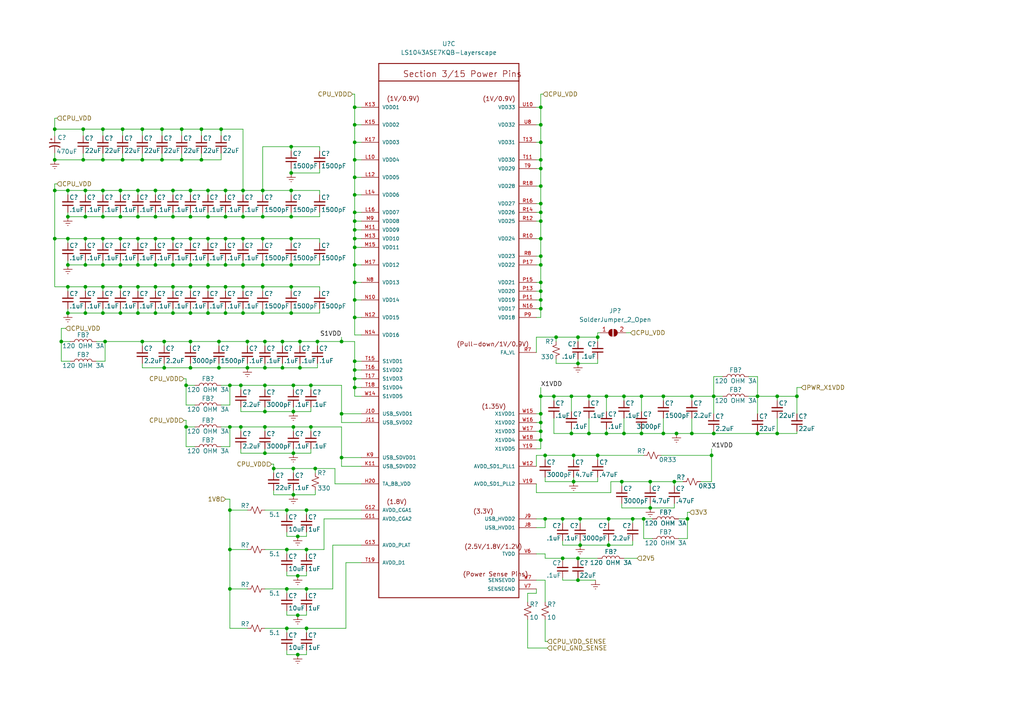
<source format=kicad_sch>
(kicad_sch (version 20200828) (generator eeschema)
  (page 5 8)
  (paper "A4")
  (junction (at 15.875 37.465) (diameter 0.9144))
  (junction (at 15.875 46.355) (diameter 0.9144))
  (junction (at 15.875 55.245) (diameter 0.9144))
  (junction (at 15.875 69.215) (diameter 0.9144))
  (junction (at 17.78 99.06) (diameter 0.9144))
  (junction (at 19.685 55.245) (diameter 0.9144))
  (junction (at 19.685 62.865) (diameter 0.9144))
  (junction (at 19.685 69.215) (diameter 0.9144))
  (junction (at 19.685 76.835) (diameter 0.9144))
  (junction (at 19.685 83.185) (diameter 0.9144))
  (junction (at 19.685 90.805) (diameter 0.9144))
  (junction (at 24.13 37.465) (diameter 0.9144))
  (junction (at 24.13 46.355) (diameter 0.9144))
  (junction (at 24.765 55.245) (diameter 0.9144))
  (junction (at 24.765 62.865) (diameter 0.9144))
  (junction (at 24.765 69.215) (diameter 0.9144))
  (junction (at 24.765 76.835) (diameter 0.9144))
  (junction (at 24.765 83.185) (diameter 0.9144))
  (junction (at 24.765 90.805) (diameter 0.9144))
  (junction (at 29.845 37.465) (diameter 0.9144))
  (junction (at 29.845 46.355) (diameter 0.9144))
  (junction (at 29.845 55.245) (diameter 0.9144))
  (junction (at 29.845 62.865) (diameter 0.9144))
  (junction (at 29.845 69.215) (diameter 0.9144))
  (junction (at 29.845 76.835) (diameter 0.9144))
  (junction (at 29.845 83.185) (diameter 0.9144))
  (junction (at 29.845 90.805) (diameter 0.9144))
  (junction (at 30.48 99.06) (diameter 0.9144))
  (junction (at 34.925 55.245) (diameter 0.9144))
  (junction (at 34.925 62.865) (diameter 0.9144))
  (junction (at 34.925 69.215) (diameter 0.9144))
  (junction (at 34.925 76.835) (diameter 0.9144))
  (junction (at 34.925 83.185) (diameter 0.9144))
  (junction (at 34.925 90.805) (diameter 0.9144))
  (junction (at 35.56 37.465) (diameter 0.9144))
  (junction (at 35.56 46.355) (diameter 0.9144))
  (junction (at 40.005 55.245) (diameter 0.9144))
  (junction (at 40.005 62.865) (diameter 0.9144))
  (junction (at 40.005 69.215) (diameter 0.9144))
  (junction (at 40.005 76.835) (diameter 0.9144))
  (junction (at 40.005 83.185) (diameter 0.9144))
  (junction (at 40.005 90.805) (diameter 0.9144))
  (junction (at 41.275 37.465) (diameter 0.9144))
  (junction (at 41.275 46.355) (diameter 0.9144))
  (junction (at 41.275 99.06) (diameter 0.9144))
  (junction (at 45.085 55.245) (diameter 0.9144))
  (junction (at 45.085 62.865) (diameter 0.9144))
  (junction (at 45.085 69.215) (diameter 0.9144))
  (junction (at 45.085 76.835) (diameter 0.9144))
  (junction (at 45.085 83.185) (diameter 0.9144))
  (junction (at 45.085 90.805) (diameter 0.9144))
  (junction (at 46.99 37.465) (diameter 0.9144))
  (junction (at 46.99 46.355) (diameter 0.9144))
  (junction (at 47.625 99.06) (diameter 0.9144))
  (junction (at 47.625 106.68) (diameter 0.9144))
  (junction (at 50.165 55.245) (diameter 0.9144))
  (junction (at 50.165 62.865) (diameter 0.9144))
  (junction (at 50.165 69.215) (diameter 0.9144))
  (junction (at 50.165 76.835) (diameter 0.9144))
  (junction (at 50.165 83.185) (diameter 0.9144))
  (junction (at 50.165 90.805) (diameter 0.9144))
  (junction (at 52.705 37.465) (diameter 0.9144))
  (junction (at 52.705 46.355) (diameter 0.9144))
  (junction (at 53.975 111.76) (diameter 0.9144))
  (junction (at 53.975 123.825) (diameter 0.9144))
  (junction (at 55.245 55.245) (diameter 0.9144))
  (junction (at 55.245 62.865) (diameter 0.9144))
  (junction (at 55.245 69.215) (diameter 0.9144))
  (junction (at 55.245 76.835) (diameter 0.9144))
  (junction (at 55.245 83.185) (diameter 0.9144))
  (junction (at 55.245 90.805) (diameter 0.9144))
  (junction (at 55.245 99.06) (diameter 0.9144))
  (junction (at 55.245 106.68) (diameter 0.9144))
  (junction (at 58.42 37.465) (diameter 0.9144))
  (junction (at 58.42 46.355) (diameter 0.9144))
  (junction (at 60.325 55.245) (diameter 0.9144))
  (junction (at 60.325 62.865) (diameter 0.9144))
  (junction (at 60.325 69.215) (diameter 0.9144))
  (junction (at 60.325 76.835) (diameter 0.9144))
  (junction (at 60.325 83.185) (diameter 0.9144))
  (junction (at 60.325 90.805) (diameter 0.9144))
  (junction (at 63.5 99.06) (diameter 0.9144))
  (junction (at 63.5 106.68) (diameter 0.9144))
  (junction (at 64.135 37.465) (diameter 0.9144))
  (junction (at 65.405 55.245) (diameter 0.9144))
  (junction (at 65.405 62.865) (diameter 0.9144))
  (junction (at 65.405 69.215) (diameter 0.9144))
  (junction (at 65.405 76.835) (diameter 0.9144))
  (junction (at 65.405 83.185) (diameter 0.9144))
  (junction (at 65.405 90.805) (diameter 0.9144))
  (junction (at 66.675 111.76) (diameter 0.9144))
  (junction (at 66.675 123.825) (diameter 0.9144))
  (junction (at 66.675 147.955) (diameter 0.9144))
  (junction (at 66.675 159.385) (diameter 0.9144))
  (junction (at 66.675 170.815) (diameter 0.9144))
  (junction (at 69.85 111.76) (diameter 0.9144))
  (junction (at 69.85 123.825) (diameter 0.9144))
  (junction (at 70.485 55.245) (diameter 0.9144))
  (junction (at 70.485 62.865) (diameter 0.9144))
  (junction (at 70.485 69.215) (diameter 0.9144))
  (junction (at 70.485 76.835) (diameter 0.9144))
  (junction (at 70.485 83.185) (diameter 0.9144))
  (junction (at 70.485 90.805) (diameter 0.9144))
  (junction (at 71.755 99.06) (diameter 0.9144))
  (junction (at 71.755 106.68) (diameter 0.9144))
  (junction (at 76.2 55.245) (diameter 0.9144))
  (junction (at 76.2 62.865) (diameter 0.9144))
  (junction (at 76.2 69.215) (diameter 0.9144))
  (junction (at 76.2 76.835) (diameter 0.9144))
  (junction (at 76.2 83.185) (diameter 0.9144))
  (junction (at 76.2 90.805) (diameter 0.9144))
  (junction (at 76.835 99.06) (diameter 0.9144))
  (junction (at 76.835 106.68) (diameter 0.9144))
  (junction (at 76.835 111.76) (diameter 0.9144))
  (junction (at 76.835 119.38) (diameter 0.9144))
  (junction (at 76.835 123.825) (diameter 0.9144))
  (junction (at 76.835 131.445) (diameter 0.9144))
  (junction (at 79.375 135.89) (diameter 0.9144))
  (junction (at 81.915 99.06) (diameter 0.9144))
  (junction (at 81.915 106.68) (diameter 0.9144))
  (junction (at 83.185 147.955) (diameter 0.9144))
  (junction (at 83.185 159.385) (diameter 0.9144))
  (junction (at 83.185 170.815) (diameter 0.9144))
  (junction (at 83.185 182.245) (diameter 0.9144))
  (junction (at 84.455 42.545) (diameter 0.9144))
  (junction (at 84.455 50.165) (diameter 0.9144))
  (junction (at 84.455 55.245) (diameter 0.9144))
  (junction (at 84.455 62.865) (diameter 0.9144))
  (junction (at 84.455 69.215) (diameter 0.9144))
  (junction (at 84.455 76.835) (diameter 0.9144))
  (junction (at 84.455 83.185) (diameter 0.9144))
  (junction (at 84.455 90.805) (diameter 0.9144))
  (junction (at 85.09 111.76) (diameter 0.9144))
  (junction (at 85.09 119.38) (diameter 0.9144))
  (junction (at 85.09 123.825) (diameter 0.9144))
  (junction (at 85.09 131.445) (diameter 0.9144))
  (junction (at 85.09 135.89) (diameter 0.9144))
  (junction (at 85.09 143.51) (diameter 0.9144))
  (junction (at 86.36 155.575) (diameter 0.9144))
  (junction (at 86.36 167.005) (diameter 0.9144))
  (junction (at 86.36 178.435) (diameter 0.9144))
  (junction (at 86.36 189.865) (diameter 0.9144))
  (junction (at 86.995 99.06) (diameter 0.9144))
  (junction (at 86.995 106.68) (diameter 0.9144))
  (junction (at 88.9 147.955) (diameter 0.9144))
  (junction (at 88.9 159.385) (diameter 0.9144))
  (junction (at 88.9 170.815) (diameter 0.9144))
  (junction (at 88.9 182.245) (diameter 0.9144))
  (junction (at 90.17 111.76) (diameter 0.9144))
  (junction (at 90.17 123.825) (diameter 0.9144))
  (junction (at 91.44 135.89) (diameter 0.9144))
  (junction (at 92.075 99.06) (diameter 0.9144))
  (junction (at 99.06 99.06) (diameter 0.9144))
  (junction (at 99.06 120.015) (diameter 0.9144))
  (junction (at 99.06 132.715) (diameter 0.9144))
  (junction (at 102.87 31.115) (diameter 0.9144))
  (junction (at 102.87 36.195) (diameter 0.9144))
  (junction (at 102.87 41.275) (diameter 0.9144))
  (junction (at 102.87 46.355) (diameter 0.9144))
  (junction (at 102.87 51.435) (diameter 0.9144))
  (junction (at 102.87 56.515) (diameter 0.9144))
  (junction (at 102.87 61.595) (diameter 0.9144))
  (junction (at 102.87 64.135) (diameter 0.9144))
  (junction (at 102.87 66.675) (diameter 0.9144))
  (junction (at 102.87 69.215) (diameter 0.9144))
  (junction (at 102.87 71.755) (diameter 0.9144))
  (junction (at 102.87 76.835) (diameter 0.9144))
  (junction (at 102.87 81.915) (diameter 0.9144))
  (junction (at 102.87 86.995) (diameter 0.9144))
  (junction (at 102.87 92.075) (diameter 0.9144))
  (junction (at 102.87 104.775) (diameter 0.9144))
  (junction (at 102.87 107.315) (diameter 0.9144))
  (junction (at 102.87 109.855) (diameter 0.9144))
  (junction (at 102.87 112.395) (diameter 0.9144))
  (junction (at 156.845 31.115) (diameter 0.9144))
  (junction (at 156.845 36.195) (diameter 0.9144))
  (junction (at 156.845 41.275) (diameter 0.9144))
  (junction (at 156.845 46.355) (diameter 0.9144))
  (junction (at 156.845 48.895) (diameter 0.9144))
  (junction (at 156.845 53.975) (diameter 0.9144))
  (junction (at 156.845 59.055) (diameter 0.9144))
  (junction (at 156.845 61.595) (diameter 0.9144))
  (junction (at 156.845 64.135) (diameter 0.9144))
  (junction (at 156.845 69.215) (diameter 0.9144))
  (junction (at 156.845 74.295) (diameter 0.9144))
  (junction (at 156.845 76.835) (diameter 0.9144))
  (junction (at 156.845 81.915) (diameter 0.9144))
  (junction (at 156.845 84.455) (diameter 0.9144))
  (junction (at 156.845 86.995) (diameter 0.9144))
  (junction (at 156.845 89.535) (diameter 0.9144))
  (junction (at 156.845 114.935) (diameter 0.9144))
  (junction (at 156.845 120.015) (diameter 0.9144))
  (junction (at 156.845 122.555) (diameter 0.9144))
  (junction (at 156.845 125.095) (diameter 0.9144))
  (junction (at 156.845 127.635) (diameter 0.9144))
  (junction (at 158.115 132.08) (diameter 0.9144))
  (junction (at 158.115 150.495) (diameter 0.9144))
  (junction (at 160.655 114.935) (diameter 0.9144))
  (junction (at 161.29 97.79) (diameter 0.9144))
  (junction (at 163.195 150.495) (diameter 0.9144))
  (junction (at 163.195 161.925) (diameter 0.9144))
  (junction (at 165.735 114.935) (diameter 0.9144))
  (junction (at 165.735 125.73) (diameter 0.9144))
  (junction (at 166.37 132.08) (diameter 0.9144))
  (junction (at 166.37 139.7) (diameter 0.9144))
  (junction (at 167.64 97.79) (diameter 0.9144))
  (junction (at 167.64 105.41) (diameter 0.9144))
  (junction (at 167.64 161.925) (diameter 0.9144))
  (junction (at 167.64 168.275) (diameter 0.9144))
  (junction (at 168.275 150.495) (diameter 0.9144))
  (junction (at 168.275 158.115) (diameter 0.9144))
  (junction (at 170.815 114.935) (diameter 0.9144))
  (junction (at 170.815 125.73) (diameter 0.9144))
  (junction (at 173.355 97.79) (diameter 0.9144))
  (junction (at 173.355 132.08) (diameter 0.9144))
  (junction (at 175.895 114.935) (diameter 0.9144))
  (junction (at 175.895 125.73) (diameter 0.9144))
  (junction (at 176.53 150.495) (diameter 0.9144))
  (junction (at 176.53 158.115) (diameter 0.9144))
  (junction (at 180.34 139.7) (diameter 0.9144))
  (junction (at 180.975 114.935) (diameter 0.9144))
  (junction (at 180.975 125.73) (diameter 0.9144))
  (junction (at 183.515 150.495) (diameter 0.9144))
  (junction (at 186.055 114.935) (diameter 0.9144))
  (junction (at 186.055 125.73) (diameter 0.9144))
  (junction (at 186.69 150.495) (diameter 0.9144))
  (junction (at 188.595 139.7) (diameter 0.9144))
  (junction (at 188.595 147.32) (diameter 0.9144))
  (junction (at 192.405 114.935) (diameter 0.9144))
  (junction (at 192.405 125.73) (diameter 0.9144))
  (junction (at 195.58 139.7) (diameter 0.9144))
  (junction (at 196.215 125.73) (diameter 0.9144))
  (junction (at 199.39 150.495) (diameter 0.9144))
  (junction (at 200.66 114.935) (diameter 0.9144))
  (junction (at 200.66 125.73) (diameter 0.9144))
  (junction (at 206.375 132.08) (diameter 0.9144))
  (junction (at 207.01 114.935) (diameter 0.9144))
  (junction (at 207.01 125.73) (diameter 0.9144))
  (junction (at 219.71 114.935) (diameter 0.9144))
  (junction (at 219.71 125.73) (diameter 0.9144))
  (junction (at 225.425 114.935) (diameter 0.9144))
  (junction (at 225.425 125.73) (diameter 0.9144))
  (junction (at 231.14 114.935) (diameter 0.9144))
  (wire (pts (xy 15.875 34.29) (xy 15.875 37.465)))
  (wire (pts (xy 15.875 37.465) (xy 24.13 37.465)))
  (wire (pts (xy 15.875 39.37) (xy 15.875 37.465)))
  (wire (pts (xy 15.875 44.45) (xy 15.875 46.355)))
  (wire (pts (xy 15.875 46.355) (xy 24.13 46.355)))
  (wire (pts (xy 15.875 53.34) (xy 15.875 55.245)))
  (wire (pts (xy 15.875 55.245) (xy 15.875 69.215)))
  (wire (pts (xy 15.875 69.215) (xy 15.875 83.185)))
  (wire (pts (xy 15.875 69.215) (xy 19.685 69.215)))
  (wire (pts (xy 15.875 83.185) (xy 19.685 83.185)))
  (wire (pts (xy 16.51 34.29) (xy 15.875 34.29)))
  (wire (pts (xy 16.51 53.34) (xy 15.875 53.34)))
  (wire (pts (xy 17.78 95.25) (xy 17.78 99.06)))
  (wire (pts (xy 17.78 99.06) (xy 20.32 99.06)))
  (wire (pts (xy 17.78 104.775) (xy 17.78 99.06)))
  (wire (pts (xy 17.78 104.775) (xy 20.32 104.775)))
  (wire (pts (xy 19.05 95.25) (xy 17.78 95.25)))
  (wire (pts (xy 19.685 55.245) (xy 15.875 55.245)))
  (wire (pts (xy 19.685 55.245) (xy 19.685 56.515)))
  (wire (pts (xy 19.685 61.595) (xy 19.685 62.865)))
  (wire (pts (xy 19.685 62.865) (xy 24.765 62.865)))
  (wire (pts (xy 19.685 69.215) (xy 19.685 70.485)))
  (wire (pts (xy 19.685 75.565) (xy 19.685 76.835)))
  (wire (pts (xy 19.685 76.835) (xy 24.765 76.835)))
  (wire (pts (xy 19.685 83.185) (xy 19.685 84.455)))
  (wire (pts (xy 19.685 89.535) (xy 19.685 90.805)))
  (wire (pts (xy 19.685 90.805) (xy 24.765 90.805)))
  (wire (pts (xy 24.13 37.465) (xy 24.13 39.37)))
  (wire (pts (xy 24.13 37.465) (xy 29.845 37.465)))
  (wire (pts (xy 24.13 44.45) (xy 24.13 46.355)))
  (wire (pts (xy 24.13 46.355) (xy 29.845 46.355)))
  (wire (pts (xy 24.765 55.245) (xy 19.685 55.245)))
  (wire (pts (xy 24.765 55.245) (xy 24.765 56.515)))
  (wire (pts (xy 24.765 55.245) (xy 29.845 55.245)))
  (wire (pts (xy 24.765 61.595) (xy 24.765 62.865)))
  (wire (pts (xy 24.765 62.865) (xy 29.845 62.865)))
  (wire (pts (xy 24.765 69.215) (xy 19.685 69.215)))
  (wire (pts (xy 24.765 69.215) (xy 24.765 70.485)))
  (wire (pts (xy 24.765 69.215) (xy 29.845 69.215)))
  (wire (pts (xy 24.765 75.565) (xy 24.765 76.835)))
  (wire (pts (xy 24.765 76.835) (xy 29.845 76.835)))
  (wire (pts (xy 24.765 83.185) (xy 19.685 83.185)))
  (wire (pts (xy 24.765 83.185) (xy 24.765 84.455)))
  (wire (pts (xy 24.765 83.185) (xy 29.845 83.185)))
  (wire (pts (xy 24.765 89.535) (xy 24.765 90.805)))
  (wire (pts (xy 24.765 90.805) (xy 29.845 90.805)))
  (wire (pts (xy 27.94 99.06) (xy 30.48 99.06)))
  (wire (pts (xy 27.94 104.775) (xy 30.48 104.775)))
  (wire (pts (xy 29.845 37.465) (xy 29.845 39.37)))
  (wire (pts (xy 29.845 37.465) (xy 35.56 37.465)))
  (wire (pts (xy 29.845 44.45) (xy 29.845 46.355)))
  (wire (pts (xy 29.845 46.355) (xy 35.56 46.355)))
  (wire (pts (xy 29.845 55.245) (xy 34.925 55.245)))
  (wire (pts (xy 29.845 56.515) (xy 29.845 55.245)))
  (wire (pts (xy 29.845 61.595) (xy 29.845 62.865)))
  (wire (pts (xy 29.845 62.865) (xy 34.925 62.865)))
  (wire (pts (xy 29.845 69.215) (xy 34.925 69.215)))
  (wire (pts (xy 29.845 70.485) (xy 29.845 69.215)))
  (wire (pts (xy 29.845 75.565) (xy 29.845 76.835)))
  (wire (pts (xy 29.845 76.835) (xy 34.925 76.835)))
  (wire (pts (xy 29.845 83.185) (xy 34.925 83.185)))
  (wire (pts (xy 29.845 84.455) (xy 29.845 83.185)))
  (wire (pts (xy 29.845 89.535) (xy 29.845 90.805)))
  (wire (pts (xy 29.845 90.805) (xy 34.925 90.805)))
  (wire (pts (xy 30.48 99.06) (xy 30.48 104.775)))
  (wire (pts (xy 30.48 99.06) (xy 41.275 99.06)))
  (wire (pts (xy 34.925 55.245) (xy 34.925 56.515)))
  (wire (pts (xy 34.925 55.245) (xy 40.005 55.245)))
  (wire (pts (xy 34.925 61.595) (xy 34.925 62.865)))
  (wire (pts (xy 34.925 62.865) (xy 40.005 62.865)))
  (wire (pts (xy 34.925 69.215) (xy 34.925 70.485)))
  (wire (pts (xy 34.925 69.215) (xy 40.005 69.215)))
  (wire (pts (xy 34.925 75.565) (xy 34.925 76.835)))
  (wire (pts (xy 34.925 76.835) (xy 40.005 76.835)))
  (wire (pts (xy 34.925 83.185) (xy 34.925 84.455)))
  (wire (pts (xy 34.925 83.185) (xy 40.005 83.185)))
  (wire (pts (xy 34.925 89.535) (xy 34.925 90.805)))
  (wire (pts (xy 34.925 90.805) (xy 40.005 90.805)))
  (wire (pts (xy 35.56 37.465) (xy 35.56 39.37)))
  (wire (pts (xy 35.56 37.465) (xy 41.275 37.465)))
  (wire (pts (xy 35.56 44.45) (xy 35.56 46.355)))
  (wire (pts (xy 35.56 46.355) (xy 41.275 46.355)))
  (wire (pts (xy 40.005 55.245) (xy 40.005 56.515)))
  (wire (pts (xy 40.005 55.245) (xy 45.085 55.245)))
  (wire (pts (xy 40.005 61.595) (xy 40.005 62.865)))
  (wire (pts (xy 40.005 62.865) (xy 45.085 62.865)))
  (wire (pts (xy 40.005 69.215) (xy 40.005 70.485)))
  (wire (pts (xy 40.005 69.215) (xy 45.085 69.215)))
  (wire (pts (xy 40.005 75.565) (xy 40.005 76.835)))
  (wire (pts (xy 40.005 76.835) (xy 45.085 76.835)))
  (wire (pts (xy 40.005 83.185) (xy 40.005 84.455)))
  (wire (pts (xy 40.005 83.185) (xy 45.085 83.185)))
  (wire (pts (xy 40.005 89.535) (xy 40.005 90.805)))
  (wire (pts (xy 40.005 90.805) (xy 45.085 90.805)))
  (wire (pts (xy 41.275 37.465) (xy 41.275 39.37)))
  (wire (pts (xy 41.275 37.465) (xy 46.99 37.465)))
  (wire (pts (xy 41.275 44.45) (xy 41.275 46.355)))
  (wire (pts (xy 41.275 46.355) (xy 46.99 46.355)))
  (wire (pts (xy 41.275 99.06) (xy 41.275 100.33)))
  (wire (pts (xy 41.275 99.06) (xy 47.625 99.06)))
  (wire (pts (xy 41.275 105.41) (xy 41.275 106.68)))
  (wire (pts (xy 41.275 106.68) (xy 47.625 106.68)))
  (wire (pts (xy 45.085 55.245) (xy 45.085 56.515)))
  (wire (pts (xy 45.085 55.245) (xy 50.165 55.245)))
  (wire (pts (xy 45.085 61.595) (xy 45.085 62.865)))
  (wire (pts (xy 45.085 62.865) (xy 50.165 62.865)))
  (wire (pts (xy 45.085 69.215) (xy 45.085 70.485)))
  (wire (pts (xy 45.085 69.215) (xy 50.165 69.215)))
  (wire (pts (xy 45.085 75.565) (xy 45.085 76.835)))
  (wire (pts (xy 45.085 76.835) (xy 50.165 76.835)))
  (wire (pts (xy 45.085 83.185) (xy 45.085 84.455)))
  (wire (pts (xy 45.085 83.185) (xy 50.165 83.185)))
  (wire (pts (xy 45.085 89.535) (xy 45.085 90.805)))
  (wire (pts (xy 45.085 90.805) (xy 50.165 90.805)))
  (wire (pts (xy 46.99 37.465) (xy 46.99 39.37)))
  (wire (pts (xy 46.99 37.465) (xy 52.705 37.465)))
  (wire (pts (xy 46.99 44.45) (xy 46.99 46.355)))
  (wire (pts (xy 46.99 46.355) (xy 52.705 46.355)))
  (wire (pts (xy 47.625 99.06) (xy 47.625 100.33)))
  (wire (pts (xy 47.625 99.06) (xy 55.245 99.06)))
  (wire (pts (xy 47.625 105.41) (xy 47.625 106.68)))
  (wire (pts (xy 47.625 106.68) (xy 55.245 106.68)))
  (wire (pts (xy 50.165 55.245) (xy 50.165 56.515)))
  (wire (pts (xy 50.165 55.245) (xy 55.245 55.245)))
  (wire (pts (xy 50.165 62.865) (xy 50.165 61.595)))
  (wire (pts (xy 50.165 62.865) (xy 55.245 62.865)))
  (wire (pts (xy 50.165 69.215) (xy 50.165 70.485)))
  (wire (pts (xy 50.165 69.215) (xy 55.245 69.215)))
  (wire (pts (xy 50.165 76.835) (xy 50.165 75.565)))
  (wire (pts (xy 50.165 76.835) (xy 55.245 76.835)))
  (wire (pts (xy 50.165 83.185) (xy 50.165 84.455)))
  (wire (pts (xy 50.165 83.185) (xy 55.245 83.185)))
  (wire (pts (xy 50.165 90.805) (xy 50.165 89.535)))
  (wire (pts (xy 50.165 90.805) (xy 55.245 90.805)))
  (wire (pts (xy 52.705 37.465) (xy 52.705 39.37)))
  (wire (pts (xy 52.705 37.465) (xy 58.42 37.465)))
  (wire (pts (xy 52.705 44.45) (xy 52.705 46.355)))
  (wire (pts (xy 52.705 46.355) (xy 58.42 46.355)))
  (wire (pts (xy 53.34 109.855) (xy 53.975 109.855)))
  (wire (pts (xy 53.34 121.92) (xy 53.975 121.92)))
  (wire (pts (xy 53.975 109.855) (xy 53.975 111.76)))
  (wire (pts (xy 53.975 111.76) (xy 56.515 111.76)))
  (wire (pts (xy 53.975 117.475) (xy 53.975 111.76)))
  (wire (pts (xy 53.975 117.475) (xy 56.515 117.475)))
  (wire (pts (xy 53.975 121.92) (xy 53.975 123.825)))
  (wire (pts (xy 53.975 123.825) (xy 56.515 123.825)))
  (wire (pts (xy 53.975 129.54) (xy 53.975 123.825)))
  (wire (pts (xy 53.975 129.54) (xy 56.515 129.54)))
  (wire (pts (xy 55.245 55.245) (xy 55.245 56.515)))
  (wire (pts (xy 55.245 55.245) (xy 60.325 55.245)))
  (wire (pts (xy 55.245 62.865) (xy 55.245 61.595)))
  (wire (pts (xy 55.245 62.865) (xy 60.325 62.865)))
  (wire (pts (xy 55.245 69.215) (xy 55.245 70.485)))
  (wire (pts (xy 55.245 69.215) (xy 60.325 69.215)))
  (wire (pts (xy 55.245 76.835) (xy 55.245 75.565)))
  (wire (pts (xy 55.245 76.835) (xy 60.325 76.835)))
  (wire (pts (xy 55.245 83.185) (xy 55.245 84.455)))
  (wire (pts (xy 55.245 83.185) (xy 60.325 83.185)))
  (wire (pts (xy 55.245 90.805) (xy 55.245 89.535)))
  (wire (pts (xy 55.245 90.805) (xy 60.325 90.805)))
  (wire (pts (xy 55.245 99.06) (xy 55.245 100.33)))
  (wire (pts (xy 55.245 99.06) (xy 63.5 99.06)))
  (wire (pts (xy 55.245 105.41) (xy 55.245 106.68)))
  (wire (pts (xy 55.245 106.68) (xy 63.5 106.68)))
  (wire (pts (xy 58.42 37.465) (xy 58.42 39.37)))
  (wire (pts (xy 58.42 37.465) (xy 64.135 37.465)))
  (wire (pts (xy 58.42 44.45) (xy 58.42 46.355)))
  (wire (pts (xy 58.42 46.355) (xy 64.135 46.355)))
  (wire (pts (xy 60.325 55.245) (xy 60.325 56.515)))
  (wire (pts (xy 60.325 55.245) (xy 65.405 55.245)))
  (wire (pts (xy 60.325 61.595) (xy 60.325 62.865)))
  (wire (pts (xy 60.325 62.865) (xy 65.405 62.865)))
  (wire (pts (xy 60.325 69.215) (xy 60.325 70.485)))
  (wire (pts (xy 60.325 69.215) (xy 65.405 69.215)))
  (wire (pts (xy 60.325 75.565) (xy 60.325 76.835)))
  (wire (pts (xy 60.325 76.835) (xy 65.405 76.835)))
  (wire (pts (xy 60.325 83.185) (xy 60.325 84.455)))
  (wire (pts (xy 60.325 83.185) (xy 65.405 83.185)))
  (wire (pts (xy 60.325 89.535) (xy 60.325 90.805)))
  (wire (pts (xy 60.325 90.805) (xy 65.405 90.805)))
  (wire (pts (xy 63.5 99.06) (xy 63.5 100.33)))
  (wire (pts (xy 63.5 99.06) (xy 71.755 99.06)))
  (wire (pts (xy 63.5 105.41) (xy 63.5 106.68)))
  (wire (pts (xy 63.5 106.68) (xy 71.755 106.68)))
  (wire (pts (xy 64.135 37.465) (xy 64.135 39.37)))
  (wire (pts (xy 64.135 37.465) (xy 70.485 37.465)))
  (wire (pts (xy 64.135 46.355) (xy 64.135 44.45)))
  (wire (pts (xy 64.135 111.76) (xy 66.675 111.76)))
  (wire (pts (xy 64.135 117.475) (xy 66.675 117.475)))
  (wire (pts (xy 64.135 123.825) (xy 66.675 123.825)))
  (wire (pts (xy 64.135 129.54) (xy 66.675 129.54)))
  (wire (pts (xy 65.405 55.245) (xy 70.485 55.245)))
  (wire (pts (xy 65.405 56.515) (xy 65.405 55.245)))
  (wire (pts (xy 65.405 61.595) (xy 65.405 62.865)))
  (wire (pts (xy 65.405 62.865) (xy 70.485 62.865)))
  (wire (pts (xy 65.405 69.215) (xy 70.485 69.215)))
  (wire (pts (xy 65.405 70.485) (xy 65.405 69.215)))
  (wire (pts (xy 65.405 75.565) (xy 65.405 76.835)))
  (wire (pts (xy 65.405 76.835) (xy 70.485 76.835)))
  (wire (pts (xy 65.405 83.185) (xy 70.485 83.185)))
  (wire (pts (xy 65.405 84.455) (xy 65.405 83.185)))
  (wire (pts (xy 65.405 89.535) (xy 65.405 90.805)))
  (wire (pts (xy 65.405 90.805) (xy 70.485 90.805)))
  (wire (pts (xy 65.405 144.78) (xy 66.675 144.78)))
  (wire (pts (xy 66.675 111.76) (xy 66.675 117.475)))
  (wire (pts (xy 66.675 111.76) (xy 69.85 111.76)))
  (wire (pts (xy 66.675 123.825) (xy 66.675 129.54)))
  (wire (pts (xy 66.675 123.825) (xy 69.85 123.825)))
  (wire (pts (xy 66.675 144.78) (xy 66.675 147.955)))
  (wire (pts (xy 66.675 147.955) (xy 66.675 159.385)))
  (wire (pts (xy 66.675 159.385) (xy 66.675 170.815)))
  (wire (pts (xy 66.675 170.815) (xy 66.675 182.245)))
  (wire (pts (xy 69.85 111.76) (xy 69.85 113.03)))
  (wire (pts (xy 69.85 111.76) (xy 76.835 111.76)))
  (wire (pts (xy 69.85 118.11) (xy 69.85 119.38)))
  (wire (pts (xy 69.85 119.38) (xy 76.835 119.38)))
  (wire (pts (xy 69.85 123.825) (xy 69.85 125.095)))
  (wire (pts (xy 69.85 123.825) (xy 76.835 123.825)))
  (wire (pts (xy 69.85 130.175) (xy 69.85 131.445)))
  (wire (pts (xy 69.85 131.445) (xy 76.835 131.445)))
  (wire (pts (xy 70.485 37.465) (xy 70.485 55.245)))
  (wire (pts (xy 70.485 55.245) (xy 70.485 56.515)))
  (wire (pts (xy 70.485 55.245) (xy 76.2 55.245)))
  (wire (pts (xy 70.485 61.595) (xy 70.485 62.865)))
  (wire (pts (xy 70.485 62.865) (xy 76.2 62.865)))
  (wire (pts (xy 70.485 69.215) (xy 70.485 70.485)))
  (wire (pts (xy 70.485 69.215) (xy 76.2 69.215)))
  (wire (pts (xy 70.485 75.565) (xy 70.485 76.835)))
  (wire (pts (xy 70.485 76.835) (xy 76.2 76.835)))
  (wire (pts (xy 70.485 83.185) (xy 70.485 84.455)))
  (wire (pts (xy 70.485 83.185) (xy 76.2 83.185)))
  (wire (pts (xy 70.485 89.535) (xy 70.485 90.805)))
  (wire (pts (xy 70.485 90.805) (xy 76.2 90.805)))
  (wire (pts (xy 71.755 99.06) (xy 71.755 100.33)))
  (wire (pts (xy 71.755 105.41) (xy 71.755 106.68)))
  (wire (pts (xy 71.755 106.68) (xy 76.835 106.68)))
  (wire (pts (xy 71.755 147.955) (xy 66.675 147.955)))
  (wire (pts (xy 71.755 159.385) (xy 66.675 159.385)))
  (wire (pts (xy 71.755 170.815) (xy 66.675 170.815)))
  (wire (pts (xy 71.755 182.245) (xy 66.675 182.245)))
  (wire (pts (xy 76.2 42.545) (xy 76.2 55.245)))
  (wire (pts (xy 76.2 55.245) (xy 76.2 56.515)))
  (wire (pts (xy 76.2 55.245) (xy 84.455 55.245)))
  (wire (pts (xy 76.2 61.595) (xy 76.2 62.865)))
  (wire (pts (xy 76.2 62.865) (xy 84.455 62.865)))
  (wire (pts (xy 76.2 69.215) (xy 76.2 70.485)))
  (wire (pts (xy 76.2 69.215) (xy 84.455 69.215)))
  (wire (pts (xy 76.2 75.565) (xy 76.2 76.835)))
  (wire (pts (xy 76.2 76.835) (xy 84.455 76.835)))
  (wire (pts (xy 76.2 83.185) (xy 76.2 84.455)))
  (wire (pts (xy 76.2 83.185) (xy 84.455 83.185)))
  (wire (pts (xy 76.2 89.535) (xy 76.2 90.805)))
  (wire (pts (xy 76.2 90.805) (xy 84.455 90.805)))
  (wire (pts (xy 76.835 99.06) (xy 71.755 99.06)))
  (wire (pts (xy 76.835 99.06) (xy 76.835 100.33)))
  (wire (pts (xy 76.835 99.06) (xy 81.915 99.06)))
  (wire (pts (xy 76.835 105.41) (xy 76.835 106.68)))
  (wire (pts (xy 76.835 106.68) (xy 81.915 106.68)))
  (wire (pts (xy 76.835 111.76) (xy 76.835 113.03)))
  (wire (pts (xy 76.835 111.76) (xy 85.09 111.76)))
  (wire (pts (xy 76.835 118.11) (xy 76.835 119.38)))
  (wire (pts (xy 76.835 119.38) (xy 85.09 119.38)))
  (wire (pts (xy 76.835 123.825) (xy 76.835 125.095)))
  (wire (pts (xy 76.835 123.825) (xy 85.09 123.825)))
  (wire (pts (xy 76.835 130.175) (xy 76.835 131.445)))
  (wire (pts (xy 76.835 131.445) (xy 85.09 131.445)))
  (wire (pts (xy 76.835 147.955) (xy 83.185 147.955)))
  (wire (pts (xy 76.835 159.385) (xy 83.185 159.385)))
  (wire (pts (xy 76.835 170.815) (xy 83.185 170.815)))
  (wire (pts (xy 76.835 182.245) (xy 83.185 182.245)))
  (wire (pts (xy 78.74 134.62) (xy 79.375 134.62)))
  (wire (pts (xy 79.375 134.62) (xy 79.375 135.89)))
  (wire (pts (xy 79.375 135.89) (xy 85.09 135.89)))
  (wire (pts (xy 79.375 137.16) (xy 79.375 135.89)))
  (wire (pts (xy 79.375 142.24) (xy 79.375 143.51)))
  (wire (pts (xy 79.375 143.51) (xy 85.09 143.51)))
  (wire (pts (xy 81.915 99.06) (xy 86.995 99.06)))
  (wire (pts (xy 81.915 100.33) (xy 81.915 99.06)))
  (wire (pts (xy 81.915 105.41) (xy 81.915 106.68)))
  (wire (pts (xy 81.915 106.68) (xy 86.995 106.68)))
  (wire (pts (xy 83.185 147.955) (xy 83.185 149.225)))
  (wire (pts (xy 83.185 154.305) (xy 83.185 155.575)))
  (wire (pts (xy 83.185 155.575) (xy 86.36 155.575)))
  (wire (pts (xy 83.185 159.385) (xy 83.185 160.655)))
  (wire (pts (xy 83.185 165.735) (xy 83.185 167.005)))
  (wire (pts (xy 83.185 167.005) (xy 86.36 167.005)))
  (wire (pts (xy 83.185 170.815) (xy 83.185 172.085)))
  (wire (pts (xy 83.185 177.165) (xy 83.185 178.435)))
  (wire (pts (xy 83.185 178.435) (xy 86.36 178.435)))
  (wire (pts (xy 83.185 182.245) (xy 83.185 183.515)))
  (wire (pts (xy 83.185 188.595) (xy 83.185 189.865)))
  (wire (pts (xy 83.185 189.865) (xy 86.36 189.865)))
  (wire (pts (xy 84.455 42.545) (xy 76.2 42.545)))
  (wire (pts (xy 84.455 42.545) (xy 84.455 43.815)))
  (wire (pts (xy 84.455 42.545) (xy 92.71 42.545)))
  (wire (pts (xy 84.455 48.895) (xy 84.455 50.165)))
  (wire (pts (xy 84.455 50.165) (xy 92.71 50.165)))
  (wire (pts (xy 84.455 55.245) (xy 84.455 56.515)))
  (wire (pts (xy 84.455 55.245) (xy 92.71 55.245)))
  (wire (pts (xy 84.455 61.595) (xy 84.455 62.865)))
  (wire (pts (xy 84.455 62.865) (xy 92.71 62.865)))
  (wire (pts (xy 84.455 69.215) (xy 84.455 70.485)))
  (wire (pts (xy 84.455 69.215) (xy 92.71 69.215)))
  (wire (pts (xy 84.455 75.565) (xy 84.455 76.835)))
  (wire (pts (xy 84.455 76.835) (xy 92.71 76.835)))
  (wire (pts (xy 84.455 83.185) (xy 84.455 84.455)))
  (wire (pts (xy 84.455 83.185) (xy 92.71 83.185)))
  (wire (pts (xy 84.455 89.535) (xy 84.455 90.805)))
  (wire (pts (xy 84.455 90.805) (xy 92.71 90.805)))
  (wire (pts (xy 85.09 111.76) (xy 85.09 113.03)))
  (wire (pts (xy 85.09 111.76) (xy 90.17 111.76)))
  (wire (pts (xy 85.09 118.11) (xy 85.09 119.38)))
  (wire (pts (xy 85.09 119.38) (xy 90.17 119.38)))
  (wire (pts (xy 85.09 123.825) (xy 85.09 125.095)))
  (wire (pts (xy 85.09 123.825) (xy 90.17 123.825)))
  (wire (pts (xy 85.09 130.175) (xy 85.09 131.445)))
  (wire (pts (xy 85.09 131.445) (xy 90.17 131.445)))
  (wire (pts (xy 85.09 135.89) (xy 85.09 137.16)))
  (wire (pts (xy 85.09 135.89) (xy 91.44 135.89)))
  (wire (pts (xy 85.09 142.24) (xy 85.09 143.51)))
  (wire (pts (xy 85.09 143.51) (xy 91.44 143.51)))
  (wire (pts (xy 86.36 155.575) (xy 88.9 155.575)))
  (wire (pts (xy 86.36 167.005) (xy 88.9 167.005)))
  (wire (pts (xy 86.36 178.435) (xy 88.9 178.435)))
  (wire (pts (xy 86.36 189.865) (xy 88.9 189.865)))
  (wire (pts (xy 86.995 99.06) (xy 86.995 100.33)))
  (wire (pts (xy 86.995 99.06) (xy 92.075 99.06)))
  (wire (pts (xy 86.995 105.41) (xy 86.995 106.68)))
  (wire (pts (xy 86.995 106.68) (xy 92.075 106.68)))
  (wire (pts (xy 88.9 147.955) (xy 83.185 147.955)))
  (wire (pts (xy 88.9 147.955) (xy 104.775 147.955)))
  (wire (pts (xy 88.9 149.225) (xy 88.9 147.955)))
  (wire (pts (xy 88.9 155.575) (xy 88.9 154.305)))
  (wire (pts (xy 88.9 159.385) (xy 83.185 159.385)))
  (wire (pts (xy 88.9 160.655) (xy 88.9 159.385)))
  (wire (pts (xy 88.9 167.005) (xy 88.9 165.735)))
  (wire (pts (xy 88.9 170.815) (xy 83.185 170.815)))
  (wire (pts (xy 88.9 172.085) (xy 88.9 170.815)))
  (wire (pts (xy 88.9 178.435) (xy 88.9 177.165)))
  (wire (pts (xy 88.9 182.245) (xy 83.185 182.245)))
  (wire (pts (xy 88.9 183.515) (xy 88.9 182.245)))
  (wire (pts (xy 88.9 189.865) (xy 88.9 188.595)))
  (wire (pts (xy 90.17 111.76) (xy 90.17 113.03)))
  (wire (pts (xy 90.17 111.76) (xy 99.06 111.76)))
  (wire (pts (xy 90.17 118.11) (xy 90.17 119.38)))
  (wire (pts (xy 90.17 123.825) (xy 90.17 125.095)))
  (wire (pts (xy 90.17 130.175) (xy 90.17 131.445)))
  (wire (pts (xy 91.44 135.89) (xy 91.44 137.16)))
  (wire (pts (xy 91.44 135.89) (xy 97.155 135.89)))
  (wire (pts (xy 91.44 142.24) (xy 91.44 143.51)))
  (wire (pts (xy 92.075 99.06) (xy 92.075 100.33)))
  (wire (pts (xy 92.075 99.06) (xy 99.06 99.06)))
  (wire (pts (xy 92.075 105.41) (xy 92.075 106.68)))
  (wire (pts (xy 92.71 42.545) (xy 92.71 43.815)))
  (wire (pts (xy 92.71 50.165) (xy 92.71 48.895)))
  (wire (pts (xy 92.71 55.245) (xy 92.71 56.515)))
  (wire (pts (xy 92.71 62.865) (xy 92.71 61.595)))
  (wire (pts (xy 92.71 69.215) (xy 92.71 70.485)))
  (wire (pts (xy 92.71 76.835) (xy 92.71 75.565)))
  (wire (pts (xy 92.71 83.185) (xy 92.71 84.455)))
  (wire (pts (xy 92.71 90.805) (xy 92.71 89.535)))
  (wire (pts (xy 93.98 150.495) (xy 93.98 159.385)))
  (wire (pts (xy 93.98 159.385) (xy 88.9 159.385)))
  (wire (pts (xy 96.52 158.115) (xy 96.52 170.815)))
  (wire (pts (xy 96.52 170.815) (xy 88.9 170.815)))
  (wire (pts (xy 97.155 135.89) (xy 97.155 140.335)))
  (wire (pts (xy 97.155 140.335) (xy 104.775 140.335)))
  (wire (pts (xy 99.06 97.79) (xy 99.06 99.06)))
  (wire (pts (xy 99.06 99.06) (xy 102.87 99.06)))
  (wire (pts (xy 99.06 111.76) (xy 99.06 120.015)))
  (wire (pts (xy 99.06 120.015) (xy 99.06 122.555)))
  (wire (pts (xy 99.06 120.015) (xy 104.775 120.015)))
  (wire (pts (xy 99.06 122.555) (xy 104.775 122.555)))
  (wire (pts (xy 99.06 123.825) (xy 90.17 123.825)))
  (wire (pts (xy 99.06 132.715) (xy 99.06 123.825)))
  (wire (pts (xy 99.06 132.715) (xy 99.06 135.255)))
  (wire (pts (xy 99.06 135.255) (xy 104.775 135.255)))
  (wire (pts (xy 100.33 163.195) (xy 100.33 182.245)))
  (wire (pts (xy 100.33 182.245) (xy 88.9 182.245)))
  (wire (pts (xy 102.235 27.305) (xy 102.87 27.305)))
  (wire (pts (xy 102.87 27.305) (xy 102.87 31.115)))
  (wire (pts (xy 102.87 31.115) (xy 102.87 36.195)))
  (wire (pts (xy 102.87 36.195) (xy 102.87 41.275)))
  (wire (pts (xy 102.87 36.195) (xy 104.775 36.195)))
  (wire (pts (xy 102.87 41.275) (xy 102.87 46.355)))
  (wire (pts (xy 102.87 41.275) (xy 104.775 41.275)))
  (wire (pts (xy 102.87 46.355) (xy 102.87 51.435)))
  (wire (pts (xy 102.87 46.355) (xy 104.775 46.355)))
  (wire (pts (xy 102.87 51.435) (xy 102.87 56.515)))
  (wire (pts (xy 102.87 51.435) (xy 104.775 51.435)))
  (wire (pts (xy 102.87 56.515) (xy 102.87 61.595)))
  (wire (pts (xy 102.87 56.515) (xy 104.775 56.515)))
  (wire (pts (xy 102.87 61.595) (xy 102.87 64.135)))
  (wire (pts (xy 102.87 61.595) (xy 104.775 61.595)))
  (wire (pts (xy 102.87 64.135) (xy 102.87 66.675)))
  (wire (pts (xy 102.87 64.135) (xy 104.775 64.135)))
  (wire (pts (xy 102.87 66.675) (xy 102.87 69.215)))
  (wire (pts (xy 102.87 66.675) (xy 104.775 66.675)))
  (wire (pts (xy 102.87 69.215) (xy 102.87 71.755)))
  (wire (pts (xy 102.87 69.215) (xy 104.775 69.215)))
  (wire (pts (xy 102.87 71.755) (xy 102.87 76.835)))
  (wire (pts (xy 102.87 71.755) (xy 104.775 71.755)))
  (wire (pts (xy 102.87 76.835) (xy 102.87 81.915)))
  (wire (pts (xy 102.87 76.835) (xy 104.775 76.835)))
  (wire (pts (xy 102.87 81.915) (xy 102.87 86.995)))
  (wire (pts (xy 102.87 81.915) (xy 104.775 81.915)))
  (wire (pts (xy 102.87 86.995) (xy 102.87 92.075)))
  (wire (pts (xy 102.87 86.995) (xy 104.775 86.995)))
  (wire (pts (xy 102.87 92.075) (xy 102.87 97.155)))
  (wire (pts (xy 102.87 92.075) (xy 104.775 92.075)))
  (wire (pts (xy 102.87 97.155) (xy 104.775 97.155)))
  (wire (pts (xy 102.87 99.06) (xy 102.87 104.775)))
  (wire (pts (xy 102.87 104.775) (xy 102.87 107.315)))
  (wire (pts (xy 102.87 104.775) (xy 104.775 104.775)))
  (wire (pts (xy 102.87 107.315) (xy 102.87 109.855)))
  (wire (pts (xy 102.87 107.315) (xy 104.775 107.315)))
  (wire (pts (xy 102.87 109.855) (xy 102.87 112.395)))
  (wire (pts (xy 102.87 109.855) (xy 104.775 109.855)))
  (wire (pts (xy 102.87 112.395) (xy 102.87 114.935)))
  (wire (pts (xy 102.87 112.395) (xy 104.775 112.395)))
  (wire (pts (xy 102.87 114.935) (xy 104.775 114.935)))
  (wire (pts (xy 104.775 31.115) (xy 102.87 31.115)))
  (wire (pts (xy 104.775 132.715) (xy 99.06 132.715)))
  (wire (pts (xy 104.775 150.495) (xy 93.98 150.495)))
  (wire (pts (xy 104.775 158.115) (xy 96.52 158.115)))
  (wire (pts (xy 104.775 163.195) (xy 100.33 163.195)))
  (wire (pts (xy 153.035 172.085) (xy 155.575 172.085)))
  (wire (pts (xy 153.035 174.625) (xy 153.035 172.085)))
  (wire (pts (xy 153.035 179.705) (xy 153.035 187.96)))
  (wire (pts (xy 153.035 187.96) (xy 158.75 187.96)))
  (wire (pts (xy 155.575 31.115) (xy 156.845 31.115)))
  (wire (pts (xy 155.575 97.79) (xy 155.575 102.235)))
  (wire (pts (xy 155.575 120.015) (xy 156.845 120.015)))
  (wire (pts (xy 155.575 132.08) (xy 155.575 135.255)))
  (wire (pts (xy 155.575 132.08) (xy 158.115 132.08)))
  (wire (pts (xy 155.575 140.335) (xy 155.575 142.875)))
  (wire (pts (xy 155.575 142.875) (xy 177.165 142.875)))
  (wire (pts (xy 155.575 150.495) (xy 158.115 150.495)))
  (wire (pts (xy 155.575 153.035) (xy 158.115 153.035)))
  (wire (pts (xy 155.575 168.275) (xy 158.115 168.275)))
  (wire (pts (xy 155.575 172.085) (xy 155.575 170.815)))
  (wire (pts (xy 156.845 27.305) (xy 157.48 27.305)))
  (wire (pts (xy 156.845 31.115) (xy 156.845 27.305)))
  (wire (pts (xy 156.845 31.115) (xy 156.845 36.195)))
  (wire (pts (xy 156.845 36.195) (xy 155.575 36.195)))
  (wire (pts (xy 156.845 36.195) (xy 156.845 41.275)))
  (wire (pts (xy 156.845 41.275) (xy 155.575 41.275)))
  (wire (pts (xy 156.845 41.275) (xy 156.845 46.355)))
  (wire (pts (xy 156.845 46.355) (xy 155.575 46.355)))
  (wire (pts (xy 156.845 46.355) (xy 156.845 48.895)))
  (wire (pts (xy 156.845 48.895) (xy 155.575 48.895)))
  (wire (pts (xy 156.845 48.895) (xy 156.845 53.975)))
  (wire (pts (xy 156.845 53.975) (xy 155.575 53.975)))
  (wire (pts (xy 156.845 53.975) (xy 156.845 59.055)))
  (wire (pts (xy 156.845 59.055) (xy 155.575 59.055)))
  (wire (pts (xy 156.845 59.055) (xy 156.845 61.595)))
  (wire (pts (xy 156.845 61.595) (xy 155.575 61.595)))
  (wire (pts (xy 156.845 61.595) (xy 156.845 64.135)))
  (wire (pts (xy 156.845 64.135) (xy 155.575 64.135)))
  (wire (pts (xy 156.845 64.135) (xy 156.845 69.215)))
  (wire (pts (xy 156.845 69.215) (xy 155.575 69.215)))
  (wire (pts (xy 156.845 69.215) (xy 156.845 74.295)))
  (wire (pts (xy 156.845 74.295) (xy 155.575 74.295)))
  (wire (pts (xy 156.845 74.295) (xy 156.845 76.835)))
  (wire (pts (xy 156.845 76.835) (xy 155.575 76.835)))
  (wire (pts (xy 156.845 76.835) (xy 156.845 81.915)))
  (wire (pts (xy 156.845 81.915) (xy 155.575 81.915)))
  (wire (pts (xy 156.845 81.915) (xy 156.845 84.455)))
  (wire (pts (xy 156.845 84.455) (xy 155.575 84.455)))
  (wire (pts (xy 156.845 84.455) (xy 156.845 86.995)))
  (wire (pts (xy 156.845 86.995) (xy 155.575 86.995)))
  (wire (pts (xy 156.845 86.995) (xy 156.845 89.535)))
  (wire (pts (xy 156.845 89.535) (xy 155.575 89.535)))
  (wire (pts (xy 156.845 89.535) (xy 156.845 92.075)))
  (wire (pts (xy 156.845 92.075) (xy 155.575 92.075)))
  (wire (pts (xy 156.845 112.395) (xy 156.845 114.935)))
  (wire (pts (xy 156.845 114.935) (xy 156.845 120.015)))
  (wire (pts (xy 156.845 114.935) (xy 160.655 114.935)))
  (wire (pts (xy 156.845 120.015) (xy 156.845 122.555)))
  (wire (pts (xy 156.845 122.555) (xy 155.575 122.555)))
  (wire (pts (xy 156.845 122.555) (xy 156.845 125.095)))
  (wire (pts (xy 156.845 125.095) (xy 155.575 125.095)))
  (wire (pts (xy 156.845 125.095) (xy 156.845 127.635)))
  (wire (pts (xy 156.845 127.635) (xy 155.575 127.635)))
  (wire (pts (xy 156.845 127.635) (xy 156.845 130.175)))
  (wire (pts (xy 156.845 130.175) (xy 155.575 130.175)))
  (wire (pts (xy 158.115 132.08) (xy 158.115 133.35)))
  (wire (pts (xy 158.115 132.08) (xy 166.37 132.08)))
  (wire (pts (xy 158.115 138.43) (xy 158.115 139.7)))
  (wire (pts (xy 158.115 139.7) (xy 166.37 139.7)))
  (wire (pts (xy 158.115 150.495) (xy 163.195 150.495)))
  (wire (pts (xy 158.115 153.035) (xy 158.115 150.495)))
  (wire (pts (xy 158.115 160.655) (xy 155.575 160.655)))
  (wire (pts (xy 158.115 161.925) (xy 158.115 160.655)))
  (wire (pts (xy 158.115 168.275) (xy 158.115 174.625)))
  (wire (pts (xy 158.115 179.705) (xy 158.115 186.055)))
  (wire (pts (xy 158.115 186.055) (xy 158.75 186.055)))
  (wire (pts (xy 160.655 114.935) (xy 160.655 116.205)))
  (wire (pts (xy 160.655 114.935) (xy 165.735 114.935)))
  (wire (pts (xy 160.655 121.285) (xy 160.655 125.73)))
  (wire (pts (xy 160.655 125.73) (xy 165.735 125.73)))
  (wire (pts (xy 161.29 97.79) (xy 155.575 97.79)))
  (wire (pts (xy 161.29 97.79) (xy 161.29 99.06)))
  (wire (pts (xy 161.29 104.14) (xy 161.29 105.41)))
  (wire (pts (xy 163.195 150.495) (xy 163.195 151.765)))
  (wire (pts (xy 163.195 156.845) (xy 163.195 158.115)))
  (wire (pts (xy 163.195 161.925) (xy 158.115 161.925)))
  (wire (pts (xy 163.195 161.925) (xy 167.64 161.925)))
  (wire (pts (xy 163.195 162.56) (xy 163.195 161.925)))
  (wire (pts (xy 163.195 167.64) (xy 163.195 168.275)))
  (wire (pts (xy 163.195 168.275) (xy 167.64 168.275)))
  (wire (pts (xy 165.735 114.935) (xy 165.735 119.38)))
  (wire (pts (xy 165.735 114.935) (xy 170.815 114.935)))
  (wire (pts (xy 165.735 124.46) (xy 165.735 125.73)))
  (wire (pts (xy 165.735 125.73) (xy 170.815 125.73)))
  (wire (pts (xy 166.37 132.08) (xy 166.37 133.35)))
  (wire (pts (xy 166.37 139.7) (xy 166.37 138.43)))
  (wire (pts (xy 166.37 139.7) (xy 173.355 139.7)))
  (wire (pts (xy 167.64 97.79) (xy 161.29 97.79)))
  (wire (pts (xy 167.64 97.79) (xy 167.64 99.06)))
  (wire (pts (xy 167.64 104.14) (xy 167.64 105.41)))
  (wire (pts (xy 167.64 105.41) (xy 161.29 105.41)))
  (wire (pts (xy 167.64 161.925) (xy 167.64 162.56)))
  (wire (pts (xy 167.64 161.925) (xy 173.355 161.925)))
  (wire (pts (xy 167.64 167.64) (xy 167.64 168.275)))
  (wire (pts (xy 167.64 168.275) (xy 172.72 168.275)))
  (wire (pts (xy 168.275 150.495) (xy 163.195 150.495)))
  (wire (pts (xy 168.275 150.495) (xy 168.275 151.765)))
  (wire (pts (xy 168.275 156.845) (xy 168.275 158.115)))
  (wire (pts (xy 168.275 158.115) (xy 163.195 158.115)))
  (wire (pts (xy 170.815 114.935) (xy 170.815 116.205)))
  (wire (pts (xy 170.815 114.935) (xy 175.895 114.935)))
  (wire (pts (xy 170.815 121.285) (xy 170.815 125.73)))
  (wire (pts (xy 170.815 125.73) (xy 175.895 125.73)))
  (wire (pts (xy 173.355 96.52) (xy 173.355 97.79)))
  (wire (pts (xy 173.355 97.79) (xy 167.64 97.79)))
  (wire (pts (xy 173.355 99.06) (xy 173.355 97.79)))
  (wire (pts (xy 173.355 104.14) (xy 173.355 105.41)))
  (wire (pts (xy 173.355 105.41) (xy 167.64 105.41)))
  (wire (pts (xy 173.355 132.08) (xy 166.37 132.08)))
  (wire (pts (xy 173.355 132.08) (xy 186.69 132.08)))
  (wire (pts (xy 173.355 133.35) (xy 173.355 132.08)))
  (wire (pts (xy 173.355 139.7) (xy 173.355 138.43)))
  (wire (pts (xy 173.99 96.52) (xy 173.355 96.52)))
  (wire (pts (xy 175.895 114.935) (xy 175.895 119.38)))
  (wire (pts (xy 175.895 114.935) (xy 180.975 114.935)))
  (wire (pts (xy 175.895 125.73) (xy 175.895 124.46)))
  (wire (pts (xy 175.895 125.73) (xy 180.975 125.73)))
  (wire (pts (xy 176.53 150.495) (xy 168.275 150.495)))
  (wire (pts (xy 176.53 150.495) (xy 176.53 151.765)))
  (wire (pts (xy 176.53 156.845) (xy 176.53 158.115)))
  (wire (pts (xy 176.53 158.115) (xy 168.275 158.115)))
  (wire (pts (xy 177.165 139.7) (xy 180.34 139.7)))
  (wire (pts (xy 177.165 142.875) (xy 177.165 139.7)))
  (wire (pts (xy 180.34 139.7) (xy 180.34 140.97)))
  (wire (pts (xy 180.34 139.7) (xy 188.595 139.7)))
  (wire (pts (xy 180.34 146.05) (xy 180.34 147.32)))
  (wire (pts (xy 180.34 147.32) (xy 188.595 147.32)))
  (wire (pts (xy 180.975 114.935) (xy 180.975 116.205)))
  (wire (pts (xy 180.975 114.935) (xy 186.055 114.935)))
  (wire (pts (xy 180.975 125.73) (xy 180.975 121.285)))
  (wire (pts (xy 180.975 161.925) (xy 184.785 161.925)))
  (wire (pts (xy 181.61 96.52) (xy 182.88 96.52)))
  (wire (pts (xy 183.515 150.495) (xy 176.53 150.495)))
  (wire (pts (xy 183.515 150.495) (xy 183.515 151.765)))
  (wire (pts (xy 183.515 156.845) (xy 183.515 158.115)))
  (wire (pts (xy 183.515 158.115) (xy 176.53 158.115)))
  (wire (pts (xy 186.055 114.935) (xy 186.055 119.38)))
  (wire (pts (xy 186.055 114.935) (xy 192.405 114.935)))
  (wire (pts (xy 186.055 124.46) (xy 186.055 125.73)))
  (wire (pts (xy 186.055 125.73) (xy 180.975 125.73)))
  (wire (pts (xy 186.69 150.495) (xy 183.515 150.495)))
  (wire (pts (xy 186.69 150.495) (xy 186.69 156.21)))
  (wire (pts (xy 188.595 139.7) (xy 188.595 140.97)))
  (wire (pts (xy 188.595 139.7) (xy 195.58 139.7)))
  (wire (pts (xy 188.595 147.32) (xy 188.595 146.05)))
  (wire (pts (xy 188.595 147.32) (xy 195.58 147.32)))
  (wire (pts (xy 189.23 150.495) (xy 186.69 150.495)))
  (wire (pts (xy 189.23 156.21) (xy 186.69 156.21)))
  (wire (pts (xy 191.77 132.08) (xy 206.375 132.08)))
  (wire (pts (xy 192.405 114.935) (xy 192.405 116.205)))
  (wire (pts (xy 192.405 114.935) (xy 200.66 114.935)))
  (wire (pts (xy 192.405 121.285) (xy 192.405 125.73)))
  (wire (pts (xy 192.405 125.73) (xy 186.055 125.73)))
  (wire (pts (xy 195.58 139.7) (xy 195.58 140.97)))
  (wire (pts (xy 195.58 139.7) (xy 198.12 139.7)))
  (wire (pts (xy 195.58 147.32) (xy 195.58 146.05)))
  (wire (pts (xy 196.215 125.73) (xy 192.405 125.73)))
  (wire (pts (xy 199.39 148.59) (xy 199.39 150.495)))
  (wire (pts (xy 199.39 150.495) (xy 196.85 150.495)))
  (wire (pts (xy 199.39 156.21) (xy 196.85 156.21)))
  (wire (pts (xy 199.39 156.21) (xy 199.39 150.495)))
  (wire (pts (xy 200.025 148.59) (xy 199.39 148.59)))
  (wire (pts (xy 200.66 114.935) (xy 200.66 116.205)))
  (wire (pts (xy 200.66 114.935) (xy 207.01 114.935)))
  (wire (pts (xy 200.66 121.285) (xy 200.66 125.73)))
  (wire (pts (xy 200.66 125.73) (xy 196.215 125.73)))
  (wire (pts (xy 203.2 139.7) (xy 206.375 139.7)))
  (wire (pts (xy 206.375 130.175) (xy 206.375 132.08)))
  (wire (pts (xy 206.375 139.7) (xy 206.375 132.08)))
  (wire (pts (xy 207.01 109.22) (xy 209.55 109.22)))
  (wire (pts (xy 207.01 114.935) (xy 207.01 109.22)))
  (wire (pts (xy 207.01 114.935) (xy 207.01 120.015)))
  (wire (pts (xy 207.01 114.935) (xy 209.55 114.935)))
  (wire (pts (xy 207.01 125.095) (xy 207.01 125.73)))
  (wire (pts (xy 207.01 125.73) (xy 200.66 125.73)))
  (wire (pts (xy 217.17 109.22) (xy 219.71 109.22)))
  (wire (pts (xy 217.17 114.935) (xy 219.71 114.935)))
  (wire (pts (xy 219.71 109.22) (xy 219.71 114.935)))
  (wire (pts (xy 219.71 114.935) (xy 219.71 120.015)))
  (wire (pts (xy 219.71 125.095) (xy 219.71 125.73)))
  (wire (pts (xy 219.71 125.73) (xy 207.01 125.73)))
  (wire (pts (xy 225.425 114.935) (xy 219.71 114.935)))
  (wire (pts (xy 225.425 114.935) (xy 225.425 116.205)))
  (wire (pts (xy 225.425 114.935) (xy 231.14 114.935)))
  (wire (pts (xy 225.425 121.285) (xy 225.425 125.73)))
  (wire (pts (xy 225.425 125.73) (xy 219.71 125.73)))
  (wire (pts (xy 231.14 112.395) (xy 232.41 112.395)))
  (wire (pts (xy 231.14 114.935) (xy 231.14 112.395)))
  (wire (pts (xy 231.14 114.935) (xy 231.14 120.015)))
  (wire (pts (xy 231.14 125.095) (xy 231.14 125.73)))
  (wire (pts (xy 231.14 125.73) (xy 225.425 125.73)))
  (label "S1VDD" (at 99.06 97.79 180))
  (label "X1VDD" (at 156.845 112.395 0))
  (label "X1VDD" (at 206.375 130.175 0))
  (hierarchical_label "CPU_VDD" (shape input) (at 16.51 34.29 0))
  (hierarchical_label "CPU_VDD" (shape input) (at 16.51 53.34 0))
  (hierarchical_label "CPU_VDD" (shape input) (at 19.05 95.25 0))
  (hierarchical_label "CPU_VDD" (shape input) (at 53.34 109.855 180))
  (hierarchical_label "CPU_VDD" (shape input) (at 53.34 121.92 180))
  (hierarchical_label "1V8" (shape input) (at 65.405 144.78 180))
  (hierarchical_label "CPU_VDD" (shape input) (at 78.74 134.62 180))
  (hierarchical_label "CPU_VDD" (shape input) (at 102.235 27.305 180))
  (hierarchical_label "CPU_VDD" (shape input) (at 157.48 27.305 0))
  (hierarchical_label "CPU_VDD_SENSE" (shape input) (at 158.75 186.055 0))
  (hierarchical_label "CPU_GND_SENSE" (shape input) (at 158.75 187.96 0))
  (hierarchical_label "CPU_VDD" (shape input) (at 182.88 96.52 0))
  (hierarchical_label "2V5" (shape input) (at 184.785 161.925 0))
  (hierarchical_label "3V3" (shape input) (at 200.025 148.59 0))
  (hierarchical_label "PWR_X1VDD" (shape input) (at 232.41 112.395 0))
  (symbol (lib_id "Device:L") (at 24.13 99.06 90) (unit 1)
    (property "Reference" "FB?" (at 24.13 97.155 90))
    (property "Value" "120 OHM 3A" (at 24.13 100.33 90))
    (property "Footprint" "Inductor_SMD:L_0603_1608Metric" (effects hide))
    (property "PartsBoxID" "0603-120R-3A" (effects hide))
  )
  (symbol (lib_id "Device:L") (at 24.13 104.775 90) (unit 1)
    (property "Reference" "FB?" (at 24.13 102.87 90))
    (property "Value" "120 OHM 3A" (at 24.13 106.045 90))
    (property "Footprint" "Inductor_SMD:L_0603_1608Metric" (effects hide))
    (property "PartsBoxID" "0603-120R-3A" (effects hide))
  )
  (symbol (lib_id "Device:L") (at 60.325 111.76 90) (unit 1)
    (property "Reference" "FB?" (at 60.325 109.855 90))
    (property "Value" "120 OHM 3A" (at 60.325 113.03 90))
    (property "Footprint" "Inductor_SMD:L_0603_1608Metric" (effects hide))
    (property "PartsBoxID" "0603-120R-3A" (effects hide))
  )
  (symbol (lib_id "Device:L") (at 60.325 117.475 90) (unit 1)
    (property "Reference" "FB?" (at 60.325 115.57 90))
    (property "Value" "120 OHM 3A" (at 60.325 118.745 90))
    (property "Footprint" "Inductor_SMD:L_0603_1608Metric" (effects hide))
    (property "PartsBoxID" "0603-120R-3A" (effects hide))
  )
  (symbol (lib_id "Device:L") (at 60.325 123.825 90) (unit 1)
    (property "Reference" "FB?" (at 60.325 121.92 90))
    (property "Value" "120 OHM 3A" (at 60.325 125.095 90))
    (property "Footprint" "Inductor_SMD:L_0603_1608Metric" (effects hide))
    (property "PartsBoxID" "0603-120R-3A" (effects hide))
  )
  (symbol (lib_id "Device:L") (at 60.325 129.54 90) (unit 1)
    (property "Reference" "FB?" (at 60.325 127.635 90))
    (property "Value" "120 OHM 3A" (at 60.325 130.81 90))
    (property "Footprint" "Inductor_SMD:L_0603_1608Metric" (effects hide))
    (property "PartsBoxID" "0603-120R-3A" (effects hide))
  )
  (symbol (lib_id "Device:L") (at 177.165 161.925 270) (mirror x) (unit 1)
    (property "Reference" "FB?" (at 177.165 160.02 90))
    (property "Value" "120 OHM 3A" (at 177.165 163.195 90))
    (property "Footprint" "Inductor_SMD:L_0603_1608Metric" (effects hide))
    (property "PartsBoxID" "0603-120R-3A" (effects hide))
  )
  (symbol (lib_id "Device:L") (at 193.04 150.495 270) (mirror x) (unit 1)
    (property "Reference" "FB?" (at 193.04 148.59 90))
    (property "Value" "120 OHM 3A" (at 193.04 151.765 90))
    (property "Footprint" "Inductor_SMD:L_0603_1608Metric" (effects hide))
    (property "PartsBoxID" "0603-120R-3A" (effects hide))
  )
  (symbol (lib_id "Device:L") (at 193.04 156.21 270) (mirror x) (unit 1)
    (property "Reference" "FB?" (at 193.04 154.305 90))
    (property "Value" "120 OHM 3A" (at 193.04 157.48 90))
    (property "Footprint" "Inductor_SMD:L_0603_1608Metric" (effects hide))
    (property "PartsBoxID" "0603-120R-3A" (effects hide))
  )
  (symbol (lib_id "Device:L") (at 213.36 109.22 90) (unit 1)
    (property "Reference" "FB?" (at 213.36 107.315 90))
    (property "Value" "120 OHM 3A" (at 213.36 110.49 90))
    (property "Footprint" "Inductor_SMD:L_0603_1608Metric" (effects hide))
    (property "PartsBoxID" "0603-120R-3A" (effects hide))
  )
  (symbol (lib_id "Device:L") (at 213.36 114.935 90) (unit 1)
    (property "Reference" "FB?" (at 213.36 113.03 90))
    (property "Value" "120 OHM 3A" (at 213.36 116.205 90))
    (property "Footprint" "Inductor_SMD:L_0603_1608Metric" (effects hide))
    (property "PartsBoxID" "0603-120R-3A" (effects hide))
  )
  (symbol (lib_id "AP2100-rescue:GND-Scott") (at 15.875 46.355 0) (mirror y) (unit 1)
    (property "Reference" "#PWR0153" (effects hide))
    (property "Value" "GND" (effects hide))
  )
  (symbol (lib_id "AP2100-rescue:GND-Scott") (at 19.685 62.865 0) (mirror y) (unit 1)
    (property "Reference" "#PWR0154" (effects hide))
    (property "Value" "GND" (effects hide))
  )
  (symbol (lib_id "AP2100-rescue:GND-Scott") (at 19.685 76.835 0) (mirror y) (unit 1)
    (property "Reference" "#PWR0152" (effects hide))
    (property "Value" "GND" (effects hide))
  )
  (symbol (lib_id "AP2100-rescue:GND-Scott") (at 19.685 90.805 0) (mirror y) (unit 1)
    (property "Reference" "#PWR0156" (effects hide))
    (property "Value" "GND" (effects hide))
  )
  (symbol (lib_id "AP2100-rescue:GND-Scott") (at 71.755 106.68 0) (mirror y) (unit 1)
    (property "Reference" "#PWR?" (effects hide))
    (property "Value" "GND" (effects hide))
  )
  (symbol (lib_id "AP2100-rescue:GND-Scott") (at 84.455 50.165 0) (mirror y) (unit 1)
    (property "Reference" "#PWR0155" (effects hide))
    (property "Value" "GND" (effects hide))
  )
  (symbol (lib_id "AP2100-rescue:GND-Scott") (at 85.09 119.38 0) (mirror y) (unit 1)
    (property "Reference" "#PWR?" (effects hide))
    (property "Value" "GND" (effects hide))
  )
  (symbol (lib_id "AP2100-rescue:GND-Scott") (at 85.09 131.445 0) (mirror y) (unit 1)
    (property "Reference" "#PWR?" (effects hide))
    (property "Value" "GND" (effects hide))
  )
  (symbol (lib_id "AP2100-rescue:GND-Scott") (at 85.09 143.51 0) (mirror y) (unit 1)
    (property "Reference" "#PWR?" (effects hide))
    (property "Value" "GND" (effects hide))
  )
  (symbol (lib_id "AP2100-rescue:GND-Scott") (at 86.36 155.575 0) (mirror y) (unit 1)
    (property "Reference" "#PWR?" (effects hide))
    (property "Value" "GND" (effects hide))
  )
  (symbol (lib_id "AP2100-rescue:GND-Scott") (at 86.36 167.005 0) (mirror y) (unit 1)
    (property "Reference" "#PWR?" (effects hide))
    (property "Value" "GND" (effects hide))
  )
  (symbol (lib_id "AP2100-rescue:GND-Scott") (at 86.36 178.435 0) (mirror y) (unit 1)
    (property "Reference" "#PWR?" (effects hide))
    (property "Value" "GND" (effects hide))
  )
  (symbol (lib_id "AP2100-rescue:GND-Scott") (at 86.36 189.865 0) (mirror y) (unit 1)
    (property "Reference" "#PWR?" (effects hide))
    (property "Value" "GND" (effects hide))
  )
  (symbol (lib_id "AP2100-rescue:GND-Scott") (at 166.37 139.7 0) (mirror y) (unit 1)
    (property "Reference" "#PWR?" (effects hide))
    (property "Value" "GND" (effects hide))
  )
  (symbol (lib_id "AP2100-rescue:GND-Scott") (at 167.64 105.41 0) (unit 1)
    (property "Reference" "#PWR?" (effects hide))
    (property "Value" "GND" (effects hide))
  )
  (symbol (lib_id "AP2100-rescue:GND-Scott") (at 168.275 158.115 0) (unit 1)
    (property "Reference" "#PWR?" (effects hide))
    (property "Value" "GND" (effects hide))
  )
  (symbol (lib_id "AP2100-rescue:GND-Scott") (at 172.72 168.275 0) (unit 1)
    (property "Reference" "#PWR?" (effects hide))
    (property "Value" "GND" (effects hide))
  )
  (symbol (lib_id "AP2100-rescue:GND-Scott") (at 188.595 147.32 0) (mirror y) (unit 1)
    (property "Reference" "#PWR?" (effects hide))
    (property "Value" "GND" (effects hide))
  )
  (symbol (lib_id "AP2100-rescue:GND-Scott") (at 196.215 125.73 0) (mirror y) (unit 1)
    (property "Reference" "#PWR0157" (effects hide))
    (property "Value" "GND" (effects hide))
  )
  (symbol (lib_id "Device:R_Small_US") (at 74.295 147.955 90) (unit 1)
    (property "Reference" "R?" (at 72.39 146.685 90) (effects (justify left)))
    (property "Value" "5.1" (at 81.28 149.225 90) (effects (justify left)))
    (property "Footprint" "Resistor_SMD:R_0402_1005Metric" (effects hide))
    (property "PartsBoxID" "0402-5.1-1%" (effects hide))
  )
  (symbol (lib_id "Device:R_Small_US") (at 74.295 159.385 90) (unit 1)
    (property "Reference" "R?" (at 72.39 158.115 90) (effects (justify left)))
    (property "Value" "5.1" (at 81.28 160.655 90) (effects (justify left)))
    (property "Footprint" "Resistor_SMD:R_0402_1005Metric" (effects hide))
    (property "PartsBoxID" "0402-5.1-1%" (effects hide))
  )
  (symbol (lib_id "Device:R_Small_US") (at 74.295 170.815 90) (unit 1)
    (property "Reference" "R?" (at 72.39 169.545 90) (effects (justify left)))
    (property "Value" "5.1" (at 81.28 172.085 90) (effects (justify left)))
    (property "Footprint" "Resistor_SMD:R_0402_1005Metric" (effects hide))
    (property "PartsBoxID" "0402-5.1-1%" (effects hide))
  )
  (symbol (lib_id "Device:R_Small_US") (at 74.295 182.245 90) (unit 1)
    (property "Reference" "R?" (at 72.39 180.975 90) (effects (justify left)))
    (property "Value" "5.1" (at 81.28 183.515 90) (effects (justify left)))
    (property "Footprint" "Resistor_SMD:R_0402_1005Metric" (effects hide))
    (property "PartsBoxID" "0402-5.1-1%" (effects hide))
  )
  (symbol (lib_id "Device:R_Small_US") (at 91.44 139.7 180) (unit 1)
    (property "Reference" "R?" (at 94.615 137.16 0) (effects (justify left)))
    (property "Value" "330" (at 95.885 141.605 0) (effects (justify left)))
    (property "Footprint" "Resistor_SMD:R_0402_1005Metric" (effects hide))
    (property "PartsBoxID" "0402-330-1%" (effects hide))
  )
  (symbol (lib_id "Device:R_Small_US") (at 153.035 177.165 180) (unit 1)
    (property "Reference" "R?" (at 156.21 175.26 0) (effects (justify left)))
    (property "Value" "10" (at 156.21 179.07 0) (effects (justify left)))
    (property "Footprint" "Resistor_SMD:R_0402_1005Metric" (effects hide))
    (property "PartsBoxID" "0402-10-1%" (effects hide))
  )
  (symbol (lib_id "Device:R_Small_US") (at 158.115 177.165 180) (unit 1)
    (property "Reference" "R?" (at 161.29 175.26 0) (effects (justify left)))
    (property "Value" "10" (at 161.29 179.07 0) (effects (justify left)))
    (property "Footprint" "Resistor_SMD:R_0402_1005Metric" (effects hide))
    (property "PartsBoxID" "0402-10-1%" (effects hide))
  )
  (symbol (lib_id "Device:R_Small_US") (at 161.29 101.6 0) (mirror x) (unit 1)
    (property "Reference" "R?" (at 158.115 99.06 0) (effects (justify left)))
    (property "Value" "330" (at 156.845 103.505 0) (effects (justify left)))
    (property "Footprint" "Resistor_SMD:R_0402_1005Metric" (effects hide))
    (property "PartsBoxID" "0402-330-1%" (effects hide))
  )
  (symbol (lib_id "Device:R_Small_US") (at 189.23 132.08 90) (unit 1)
    (property "Reference" "R?" (at 187.325 130.81 90) (effects (justify left)))
    (property "Value" "0R33" (at 196.215 133.35 90) (effects (justify left)))
    (property "Footprint" "Resistor_SMD:R_0402_1005Metric" (effects hide))
    (property "PartsBoxID" "0402-0R33-1%" (effects hide))
  )
  (symbol (lib_id "Device:R_Small_US") (at 200.66 139.7 90) (unit 1)
    (property "Reference" "R?" (at 198.755 138.43 90) (effects (justify left)))
    (property "Value" "0R33" (at 207.645 140.97 90) (effects (justify left)))
    (property "Footprint" "Resistor_SMD:R_0402_1005Metric" (effects hide))
    (property "PartsBoxID" "0402-0R33-1%" (effects hide))
  )
  (symbol (lib_id "Device:CP1_Small") (at 15.875 41.91 0) (unit 1)
    (property "Reference" "C?" (at 19.2532 39.9034 0) (effects (justify right)))
    (property "Value" "470uF" (at 22.4282 43.942 0) (effects (justify right)))
    (property "Footprint" "Capacitor_SMD:C_Elec_10x10.2" (effects hide))
    (property "Datasheet" "https://www.mouser.com/datasheet/2/315/ABA0000C1229-1316762.pdf" (effects hide))
    (property "PartsBoxID" "10x10.2-470uF-AOP-25V" (effects hide))
    (property "MPN" "EEH-ZK1E471P" (effects hide))
    (property "SPR" "Capacitor_SMD:C_1210_3225Metric" (effects hide))
    (property "SPN" "22uF" (effects hide))
  )
  (symbol (lib_id "Device:C_Small") (at 19.685 59.055 180) (unit 1)
    (property "Reference" "C?" (at 20.1168 57.2516 0) (effects (justify right)))
    (property "Value" ".1uF" (at 20.1168 60.833 0) (effects (justify right)))
    (property "Footprint" "Capacitor_SMD:C_0201_0603Metric" (effects hide))
    (property "PartsBoxID" "0201-.1uF-X5R-25V" (effects hide))
    (property "MPN" "-" (effects hide))
    (property "SPR" "-" (effects hide))
    (property "SPN" "-" (effects hide))
    (property "SPURL" "-" (effects hide))
  )
  (symbol (lib_id "Device:C_Small") (at 19.685 73.025 180) (unit 1)
    (property "Reference" "C?" (at 20.1168 71.2216 0) (effects (justify right)))
    (property "Value" ".1uF" (at 20.1168 74.803 0) (effects (justify right)))
    (property "Footprint" "Capacitor_SMD:C_0201_0603Metric" (effects hide))
    (property "PartsBoxID" "0201-.1uF-X5R-25V" (effects hide))
    (property "MPN" "-" (effects hide))
    (property "SPR" "-" (effects hide))
    (property "SPN" "-" (effects hide))
    (property "SPURL" "-" (effects hide))
  )
  (symbol (lib_id "Device:C_Small") (at 19.685 86.995 180) (unit 1)
    (property "Reference" "C?" (at 20.1168 85.1916 0) (effects (justify right)))
    (property "Value" ".1uF" (at 20.1168 88.773 0) (effects (justify right)))
    (property "Footprint" "Capacitor_SMD:C_0201_0603Metric" (effects hide))
    (property "PartsBoxID" "0201-.1uF-X5R-25V" (effects hide))
    (property "MPN" "-" (effects hide))
    (property "SPR" "-" (effects hide))
    (property "SPN" "-" (effects hide))
    (property "SPURL" "-" (effects hide))
  )
  (symbol (lib_id "Device:C_Small") (at 24.13 41.91 180) (unit 1)
    (property "Reference" "C?" (at 24.5618 40.1066 0) (effects (justify right)))
    (property "Value" "22uF" (at 24.5618 43.688 0) (effects (justify right)))
    (property "Footprint" "Capacitor_SMD:C_0805_2012Metric" (effects hide))
    (property "PartsBoxID" "0805-22uF-X7R-25V" (effects hide))
    (property "MPN" "-" (effects hide))
    (property "SPR" "Capacitor_SMD:C_1210_3225Metric" (effects hide))
    (property "SPN" "22uF" (effects hide))
  )
  (symbol (lib_id "Device:C_Small") (at 24.765 59.055 180) (unit 1)
    (property "Reference" "C?" (at 25.1968 57.2516 0) (effects (justify right)))
    (property "Value" ".1uF" (at 25.1968 60.833 0) (effects (justify right)))
    (property "Footprint" "Capacitor_SMD:C_0201_0603Metric" (effects hide))
    (property "PartsBoxID" "0201-.1uF-X5R-25V" (effects hide))
    (property "MPN" "-" (effects hide))
    (property "SPR" "-" (effects hide))
    (property "SPN" "-" (effects hide))
    (property "SPURL" "-" (effects hide))
  )
  (symbol (lib_id "Device:C_Small") (at 24.765 73.025 180) (unit 1)
    (property "Reference" "C?" (at 25.1968 71.2216 0) (effects (justify right)))
    (property "Value" ".1uF" (at 25.1968 74.803 0) (effects (justify right)))
    (property "Footprint" "Capacitor_SMD:C_0201_0603Metric" (effects hide))
    (property "PartsBoxID" "0201-.1uF-X5R-25V" (effects hide))
    (property "MPN" "-" (effects hide))
    (property "SPR" "-" (effects hide))
    (property "SPN" "-" (effects hide))
    (property "SPURL" "-" (effects hide))
  )
  (symbol (lib_id "Device:C_Small") (at 24.765 86.995 180) (unit 1)
    (property "Reference" "C?" (at 25.1968 85.1916 0) (effects (justify right)))
    (property "Value" ".1uF" (at 25.1968 88.773 0) (effects (justify right)))
    (property "Footprint" "Capacitor_SMD:C_0201_0603Metric" (effects hide))
    (property "PartsBoxID" "0201-.1uF-X5R-25V" (effects hide))
    (property "MPN" "-" (effects hide))
    (property "SPR" "-" (effects hide))
    (property "SPN" "-" (effects hide))
    (property "SPURL" "-" (effects hide))
  )
  (symbol (lib_id "Device:C_Small") (at 29.845 41.91 180) (unit 1)
    (property "Reference" "C?" (at 30.2768 40.1066 0) (effects (justify right)))
    (property "Value" "22uF" (at 30.2768 43.688 0) (effects (justify right)))
    (property "Footprint" "Capacitor_SMD:C_0805_2012Metric" (effects hide))
    (property "PartsBoxID" "0805-22uF-X7R-25V" (effects hide))
    (property "MPN" "-" (effects hide))
    (property "SPR" "Capacitor_SMD:C_1210_3225Metric" (effects hide))
    (property "SPN" "22uF" (effects hide))
  )
  (symbol (lib_id "Device:C_Small") (at 29.845 59.055 180) (unit 1)
    (property "Reference" "C?" (at 30.2768 57.2516 0) (effects (justify right)))
    (property "Value" ".1uF" (at 30.2768 60.833 0) (effects (justify right)))
    (property "Footprint" "Capacitor_SMD:C_0201_0603Metric" (effects hide))
    (property "PartsBoxID" "0201-.1uF-X5R-25V" (effects hide))
    (property "MPN" "-" (effects hide))
    (property "SPR" "-" (effects hide))
    (property "SPN" "-" (effects hide))
    (property "SPURL" "-" (effects hide))
  )
  (symbol (lib_id "Device:C_Small") (at 29.845 73.025 180) (unit 1)
    (property "Reference" "C?" (at 30.2768 71.2216 0) (effects (justify right)))
    (property "Value" ".1uF" (at 30.2768 74.803 0) (effects (justify right)))
    (property "Footprint" "Capacitor_SMD:C_0201_0603Metric" (effects hide))
    (property "PartsBoxID" "0201-.1uF-X5R-25V" (effects hide))
    (property "MPN" "-" (effects hide))
    (property "SPR" "-" (effects hide))
    (property "SPN" "-" (effects hide))
    (property "SPURL" "-" (effects hide))
  )
  (symbol (lib_id "Device:C_Small") (at 29.845 86.995 180) (unit 1)
    (property "Reference" "C?" (at 30.2768 85.1916 0) (effects (justify right)))
    (property "Value" ".1uF" (at 30.2768 88.773 0) (effects (justify right)))
    (property "Footprint" "Capacitor_SMD:C_0201_0603Metric" (effects hide))
    (property "PartsBoxID" "0201-.1uF-X5R-25V" (effects hide))
    (property "MPN" "-" (effects hide))
    (property "SPR" "-" (effects hide))
    (property "SPN" "-" (effects hide))
    (property "SPURL" "-" (effects hide))
  )
  (symbol (lib_id "Device:C_Small") (at 34.925 59.055 180) (unit 1)
    (property "Reference" "C?" (at 35.3568 57.2516 0) (effects (justify right)))
    (property "Value" ".1uF" (at 35.3568 60.833 0) (effects (justify right)))
    (property "Footprint" "Capacitor_SMD:C_0201_0603Metric" (effects hide))
    (property "PartsBoxID" "0201-.1uF-X5R-25V" (effects hide))
    (property "MPN" "-" (effects hide))
    (property "SPR" "-" (effects hide))
    (property "SPN" "-" (effects hide))
    (property "SPURL" "-" (effects hide))
  )
  (symbol (lib_id "Device:C_Small") (at 34.925 73.025 180) (unit 1)
    (property "Reference" "C?" (at 35.3568 71.2216 0) (effects (justify right)))
    (property "Value" ".1uF" (at 35.3568 74.803 0) (effects (justify right)))
    (property "Footprint" "Capacitor_SMD:C_0201_0603Metric" (effects hide))
    (property "PartsBoxID" "0201-.1uF-X5R-25V" (effects hide))
    (property "MPN" "-" (effects hide))
    (property "SPR" "-" (effects hide))
    (property "SPN" "-" (effects hide))
    (property "SPURL" "-" (effects hide))
  )
  (symbol (lib_id "Device:C_Small") (at 34.925 86.995 180) (unit 1)
    (property "Reference" "C?" (at 35.3568 85.1916 0) (effects (justify right)))
    (property "Value" ".1uF" (at 35.3568 88.773 0) (effects (justify right)))
    (property "Footprint" "Capacitor_SMD:C_0201_0603Metric" (effects hide))
    (property "PartsBoxID" "0201-.1uF-X5R-25V" (effects hide))
    (property "MPN" "-" (effects hide))
    (property "SPR" "-" (effects hide))
    (property "SPN" "-" (effects hide))
    (property "SPURL" "-" (effects hide))
  )
  (symbol (lib_id "Device:C_Small") (at 35.56 41.91 180) (unit 1)
    (property "Reference" "C?" (at 35.9918 40.1066 0) (effects (justify right)))
    (property "Value" "22uF" (at 35.9918 43.688 0) (effects (justify right)))
    (property "Footprint" "Capacitor_SMD:C_0805_2012Metric" (effects hide))
    (property "PartsBoxID" "0805-22uF-X7R-25V" (effects hide))
    (property "MPN" "-" (effects hide))
    (property "SPR" "Capacitor_SMD:C_1210_3225Metric" (effects hide))
    (property "SPN" "22uF" (effects hide))
  )
  (symbol (lib_id "Device:C_Small") (at 40.005 59.055 180) (unit 1)
    (property "Reference" "C?" (at 40.4368 57.2516 0) (effects (justify right)))
    (property "Value" ".1uF" (at 40.4368 60.833 0) (effects (justify right)))
    (property "Footprint" "Capacitor_SMD:C_0201_0603Metric" (effects hide))
    (property "PartsBoxID" "0201-.1uF-X5R-25V" (effects hide))
    (property "MPN" "-" (effects hide))
    (property "SPR" "-" (effects hide))
    (property "SPN" "-" (effects hide))
    (property "SPURL" "-" (effects hide))
  )
  (symbol (lib_id "Device:C_Small") (at 40.005 73.025 180) (unit 1)
    (property "Reference" "C?" (at 40.4368 71.2216 0) (effects (justify right)))
    (property "Value" ".1uF" (at 40.4368 74.803 0) (effects (justify right)))
    (property "Footprint" "Capacitor_SMD:C_0201_0603Metric" (effects hide))
    (property "PartsBoxID" "0201-.1uF-X5R-25V" (effects hide))
    (property "MPN" "-" (effects hide))
    (property "SPR" "-" (effects hide))
    (property "SPN" "-" (effects hide))
    (property "SPURL" "-" (effects hide))
  )
  (symbol (lib_id "Device:C_Small") (at 40.005 86.995 180) (unit 1)
    (property "Reference" "C?" (at 40.4368 85.1916 0) (effects (justify right)))
    (property "Value" ".1uF" (at 40.4368 88.773 0) (effects (justify right)))
    (property "Footprint" "Capacitor_SMD:C_0201_0603Metric" (effects hide))
    (property "PartsBoxID" "0201-.1uF-X5R-25V" (effects hide))
    (property "MPN" "-" (effects hide))
    (property "SPR" "-" (effects hide))
    (property "SPN" "-" (effects hide))
    (property "SPURL" "-" (effects hide))
  )
  (symbol (lib_id "Device:C_Small") (at 41.275 41.91 180) (unit 1)
    (property "Reference" "C?" (at 41.7068 40.1066 0) (effects (justify right)))
    (property "Value" "22uF" (at 41.7068 43.688 0) (effects (justify right)))
    (property "Footprint" "Capacitor_SMD:C_0805_2012Metric" (effects hide))
    (property "PartsBoxID" "0805-22uF-X7R-25V" (effects hide))
    (property "MPN" "-" (effects hide))
    (property "SPR" "Capacitor_SMD:C_1210_3225Metric" (effects hide))
    (property "SPN" "22uF" (effects hide))
  )
  (symbol (lib_id "Device:C_Small") (at 41.275 102.87 180) (unit 1)
    (property "Reference" "C?" (at 41.7068 101.0666 0) (effects (justify right)))
    (property "Value" "2.2uF" (at 41.7068 104.648 0) (effects (justify right)))
    (property "Footprint" "Capacitor_SMD:C_0402_1005Metric" (effects hide))
    (property "PartsBoxID" "0402-2.2uF-X5R-25V" (effects hide))
    (property "MPN" "-" (effects hide))
    (property "SPR" "-" (effects hide))
    (property "SPN" "-" (effects hide))
    (property "SPURL" "-" (effects hide))
  )
  (symbol (lib_id "Device:C_Small") (at 45.085 59.055 180) (unit 1)
    (property "Reference" "C?" (at 45.5168 57.2516 0) (effects (justify right)))
    (property "Value" ".1uF" (at 45.5168 60.833 0) (effects (justify right)))
    (property "Footprint" "Capacitor_SMD:C_0201_0603Metric" (effects hide))
    (property "PartsBoxID" "0201-.1uF-X5R-25V" (effects hide))
    (property "MPN" "-" (effects hide))
    (property "SPR" "-" (effects hide))
    (property "SPN" "-" (effects hide))
    (property "SPURL" "-" (effects hide))
  )
  (symbol (lib_id "Device:C_Small") (at 45.085 73.025 180) (unit 1)
    (property "Reference" "C?" (at 45.5168 71.2216 0) (effects (justify right)))
    (property "Value" ".1uF" (at 45.5168 74.803 0) (effects (justify right)))
    (property "Footprint" "Capacitor_SMD:C_0201_0603Metric" (effects hide))
    (property "PartsBoxID" "0201-.1uF-X5R-25V" (effects hide))
    (property "MPN" "-" (effects hide))
    (property "SPR" "-" (effects hide))
    (property "SPN" "-" (effects hide))
    (property "SPURL" "-" (effects hide))
  )
  (symbol (lib_id "Device:C_Small") (at 45.085 86.995 180) (unit 1)
    (property "Reference" "C?" (at 45.5168 85.1916 0) (effects (justify right)))
    (property "Value" ".1uF" (at 45.5168 88.773 0) (effects (justify right)))
    (property "Footprint" "Capacitor_SMD:C_0201_0603Metric" (effects hide))
    (property "PartsBoxID" "0201-.1uF-X5R-25V" (effects hide))
    (property "MPN" "-" (effects hide))
    (property "SPR" "-" (effects hide))
    (property "SPN" "-" (effects hide))
    (property "SPURL" "-" (effects hide))
  )
  (symbol (lib_id "Device:C_Small") (at 46.99 41.91 180) (unit 1)
    (property "Reference" "C?" (at 47.4218 40.1066 0) (effects (justify right)))
    (property "Value" "22uF" (at 47.4218 43.688 0) (effects (justify right)))
    (property "Footprint" "Capacitor_SMD:C_0805_2012Metric" (effects hide))
    (property "PartsBoxID" "0805-22uF-X7R-25V" (effects hide))
    (property "MPN" "-" (effects hide))
    (property "SPR" "Capacitor_SMD:C_1210_3225Metric" (effects hide))
    (property "SPN" "22uF" (effects hide))
  )
  (symbol (lib_id "Device:C_Small") (at 47.625 102.87 180) (unit 1)
    (property "Reference" "C?" (at 48.0568 101.0666 0) (effects (justify right)))
    (property "Value" "2.2uF" (at 48.0568 104.648 0) (effects (justify right)))
    (property "Footprint" "Capacitor_SMD:C_0402_1005Metric" (effects hide))
    (property "PartsBoxID" "0402-2.2uF-X5R-25V" (effects hide))
    (property "MPN" "-" (effects hide))
    (property "SPR" "-" (effects hide))
    (property "SPN" "-" (effects hide))
    (property "SPURL" "-" (effects hide))
  )
  (symbol (lib_id "Device:C_Small") (at 50.165 59.055 180) (unit 1)
    (property "Reference" "C?" (at 50.5968 57.2516 0) (effects (justify right)))
    (property "Value" ".1uF" (at 50.5968 60.833 0) (effects (justify right)))
    (property "Footprint" "Capacitor_SMD:C_0201_0603Metric" (effects hide))
    (property "PartsBoxID" "0201-.1uF-X5R-25V" (effects hide))
    (property "MPN" "-" (effects hide))
    (property "SPR" "-" (effects hide))
    (property "SPN" "-" (effects hide))
    (property "SPURL" "-" (effects hide))
  )
  (symbol (lib_id "Device:C_Small") (at 50.165 73.025 180) (unit 1)
    (property "Reference" "C?" (at 50.5968 71.2216 0) (effects (justify right)))
    (property "Value" ".1uF" (at 50.5968 74.803 0) (effects (justify right)))
    (property "Footprint" "Capacitor_SMD:C_0201_0603Metric" (effects hide))
    (property "PartsBoxID" "0201-.1uF-X5R-25V" (effects hide))
    (property "MPN" "-" (effects hide))
    (property "SPR" "-" (effects hide))
    (property "SPN" "-" (effects hide))
    (property "SPURL" "-" (effects hide))
  )
  (symbol (lib_id "Device:C_Small") (at 50.165 86.995 180) (unit 1)
    (property "Reference" "C?" (at 50.5968 85.1916 0) (effects (justify right)))
    (property "Value" ".1uF" (at 50.5968 88.773 0) (effects (justify right)))
    (property "Footprint" "Capacitor_SMD:C_0201_0603Metric" (effects hide))
    (property "PartsBoxID" "0201-.1uF-X5R-25V" (effects hide))
    (property "MPN" "-" (effects hide))
    (property "SPR" "-" (effects hide))
    (property "SPN" "-" (effects hide))
    (property "SPURL" "-" (effects hide))
  )
  (symbol (lib_id "Device:C_Small") (at 52.705 41.91 180) (unit 1)
    (property "Reference" "C?" (at 53.1368 40.1066 0) (effects (justify right)))
    (property "Value" "22uF" (at 53.1368 43.688 0) (effects (justify right)))
    (property "Footprint" "Capacitor_SMD:C_0805_2012Metric" (effects hide))
    (property "PartsBoxID" "0805-22uF-X7R-25V" (effects hide))
    (property "MPN" "-" (effects hide))
    (property "SPR" "Capacitor_SMD:C_1210_3225Metric" (effects hide))
    (property "SPN" "22uF" (effects hide))
  )
  (symbol (lib_id "Device:C_Small") (at 55.245 59.055 180) (unit 1)
    (property "Reference" "C?" (at 55.6768 57.2516 0) (effects (justify right)))
    (property "Value" ".1uF" (at 55.6768 60.833 0) (effects (justify right)))
    (property "Footprint" "Capacitor_SMD:C_0201_0603Metric" (effects hide))
    (property "PartsBoxID" "0201-.1uF-X5R-25V" (effects hide))
    (property "MPN" "-" (effects hide))
    (property "SPR" "-" (effects hide))
    (property "SPN" "-" (effects hide))
    (property "SPURL" "-" (effects hide))
  )
  (symbol (lib_id "Device:C_Small") (at 55.245 73.025 180) (unit 1)
    (property "Reference" "C?" (at 55.6768 71.2216 0) (effects (justify right)))
    (property "Value" ".1uF" (at 55.6768 74.803 0) (effects (justify right)))
    (property "Footprint" "Capacitor_SMD:C_0201_0603Metric" (effects hide))
    (property "PartsBoxID" "0201-.1uF-X5R-25V" (effects hide))
    (property "MPN" "-" (effects hide))
    (property "SPR" "-" (effects hide))
    (property "SPN" "-" (effects hide))
    (property "SPURL" "-" (effects hide))
  )
  (symbol (lib_id "Device:C_Small") (at 55.245 86.995 180) (unit 1)
    (property "Reference" "C?" (at 55.6768 85.1916 0) (effects (justify right)))
    (property "Value" ".1uF" (at 55.6768 88.773 0) (effects (justify right)))
    (property "Footprint" "Capacitor_SMD:C_0201_0603Metric" (effects hide))
    (property "PartsBoxID" "0201-.1uF-X5R-25V" (effects hide))
    (property "MPN" "-" (effects hide))
    (property "SPR" "-" (effects hide))
    (property "SPN" "-" (effects hide))
    (property "SPURL" "-" (effects hide))
  )
  (symbol (lib_id "Device:C_Small") (at 55.245 102.87 180) (unit 1)
    (property "Reference" "C?" (at 55.6768 101.0666 0) (effects (justify right)))
    (property "Value" "3000pF" (at 55.6768 104.648 0) (effects (justify right)))
    (property "Footprint" "Capacitor_SMD:C_0402_1005Metric" (effects hide))
    (property "PartsBoxID" "0402-3000pF-X5R-25V" (effects hide))
    (property "MPN" "-" (effects hide))
    (property "SPR" "-" (effects hide))
    (property "SPN" "-" (effects hide))
    (property "SPURL" "-" (effects hide))
  )
  (symbol (lib_id "Device:C_Small") (at 58.42 41.91 180) (unit 1)
    (property "Reference" "C?" (at 58.8518 40.1066 0) (effects (justify right)))
    (property "Value" "22uF" (at 58.8518 43.688 0) (effects (justify right)))
    (property "Footprint" "Capacitor_SMD:C_0805_2012Metric" (effects hide))
    (property "PartsBoxID" "0805-22uF-X7R-25V" (effects hide))
    (property "MPN" "-" (effects hide))
    (property "SPR" "Capacitor_SMD:C_1210_3225Metric" (effects hide))
    (property "SPN" "22uF" (effects hide))
  )
  (symbol (lib_id "Device:C_Small") (at 60.325 59.055 180) (unit 1)
    (property "Reference" "C?" (at 60.7568 57.2516 0) (effects (justify right)))
    (property "Value" ".1uF" (at 60.7568 60.833 0) (effects (justify right)))
    (property "Footprint" "Capacitor_SMD:C_0201_0603Metric" (effects hide))
    (property "PartsBoxID" "0201-.1uF-X5R-25V" (effects hide))
    (property "MPN" "-" (effects hide))
    (property "SPR" "-" (effects hide))
    (property "SPN" "-" (effects hide))
    (property "SPURL" "-" (effects hide))
  )
  (symbol (lib_id "Device:C_Small") (at 60.325 73.025 180) (unit 1)
    (property "Reference" "C?" (at 60.7568 71.2216 0) (effects (justify right)))
    (property "Value" ".1uF" (at 60.7568 74.803 0) (effects (justify right)))
    (property "Footprint" "Capacitor_SMD:C_0201_0603Metric" (effects hide))
    (property "PartsBoxID" "0201-.1uF-X5R-25V" (effects hide))
    (property "MPN" "-" (effects hide))
    (property "SPR" "-" (effects hide))
    (property "SPN" "-" (effects hide))
    (property "SPURL" "-" (effects hide))
  )
  (symbol (lib_id "Device:C_Small") (at 60.325 86.995 180) (unit 1)
    (property "Reference" "C?" (at 60.7568 85.1916 0) (effects (justify right)))
    (property "Value" ".1uF" (at 60.7568 88.773 0) (effects (justify right)))
    (property "Footprint" "Capacitor_SMD:C_0201_0603Metric" (effects hide))
    (property "PartsBoxID" "0201-.1uF-X5R-25V" (effects hide))
    (property "MPN" "-" (effects hide))
    (property "SPR" "-" (effects hide))
    (property "SPN" "-" (effects hide))
    (property "SPURL" "-" (effects hide))
  )
  (symbol (lib_id "Device:C_Small") (at 63.5 102.87 180) (unit 1)
    (property "Reference" "C?" (at 63.9318 101.0666 0) (effects (justify right)))
    (property "Value" "1500pF" (at 63.9318 104.648 0) (effects (justify right)))
    (property "Footprint" "Capacitor_SMD:C_0201_0603Metric" (effects hide))
    (property "PartsBoxID" "0201-1500pF-X5R-25V" (effects hide))
    (property "MPN" "-" (effects hide))
    (property "SPR" "-" (effects hide))
    (property "SPN" "-" (effects hide))
    (property "SPURL" "-" (effects hide))
  )
  (symbol (lib_id "Device:C_Small") (at 64.135 41.91 180) (unit 1)
    (property "Reference" "C?" (at 64.5668 40.1066 0) (effects (justify right)))
    (property "Value" "22uF" (at 64.5668 43.688 0) (effects (justify right)))
    (property "Footprint" "Capacitor_SMD:C_0805_2012Metric" (effects hide))
    (property "PartsBoxID" "0805-22uF-X7R-25V" (effects hide))
    (property "MPN" "-" (effects hide))
    (property "SPR" "Capacitor_SMD:C_1210_3225Metric" (effects hide))
    (property "SPN" "22uF" (effects hide))
  )
  (symbol (lib_id "Device:C_Small") (at 65.405 59.055 180) (unit 1)
    (property "Reference" "C?" (at 65.8368 57.2516 0) (effects (justify right)))
    (property "Value" ".1uF" (at 65.8368 60.833 0) (effects (justify right)))
    (property "Footprint" "Capacitor_SMD:C_0201_0603Metric" (effects hide))
    (property "PartsBoxID" "0201-.1uF-X5R-25V" (effects hide))
    (property "MPN" "-" (effects hide))
    (property "SPR" "-" (effects hide))
    (property "SPN" "-" (effects hide))
    (property "SPURL" "-" (effects hide))
  )
  (symbol (lib_id "Device:C_Small") (at 65.405 73.025 180) (unit 1)
    (property "Reference" "C?" (at 65.8368 71.2216 0) (effects (justify right)))
    (property "Value" ".1uF" (at 65.8368 74.803 0) (effects (justify right)))
    (property "Footprint" "Capacitor_SMD:C_0201_0603Metric" (effects hide))
    (property "PartsBoxID" "0201-.1uF-X5R-25V" (effects hide))
    (property "MPN" "-" (effects hide))
    (property "SPR" "-" (effects hide))
    (property "SPN" "-" (effects hide))
    (property "SPURL" "-" (effects hide))
  )
  (symbol (lib_id "Device:C_Small") (at 65.405 86.995 180) (unit 1)
    (property "Reference" "C?" (at 65.8368 85.1916 0) (effects (justify right)))
    (property "Value" ".1uF" (at 65.8368 88.773 0) (effects (justify right)))
    (property "Footprint" "Capacitor_SMD:C_0201_0603Metric" (effects hide))
    (property "PartsBoxID" "0201-.1uF-X5R-25V" (effects hide))
    (property "MPN" "-" (effects hide))
    (property "SPR" "-" (effects hide))
    (property "SPN" "-" (effects hide))
    (property "SPURL" "-" (effects hide))
  )
  (symbol (lib_id "Device:C_Small") (at 69.85 115.57 180) (unit 1)
    (property "Reference" "C?" (at 70.2818 113.7666 0) (effects (justify right)))
    (property "Value" "2.2uF" (at 70.2818 117.348 0) (effects (justify right)))
    (property "Footprint" "Capacitor_SMD:C_0402_1005Metric" (effects hide))
    (property "PartsBoxID" "0402-2.2uF-X5R-25V" (effects hide))
    (property "MPN" "-" (effects hide))
    (property "SPR" "-" (effects hide))
    (property "SPN" "-" (effects hide))
    (property "SPURL" "-" (effects hide))
  )
  (symbol (lib_id "Device:C_Small") (at 69.85 127.635 180) (unit 1)
    (property "Reference" "C?" (at 70.2818 125.8316 0) (effects (justify right)))
    (property "Value" "2.2uF" (at 70.2818 129.413 0) (effects (justify right)))
    (property "Footprint" "Capacitor_SMD:C_0402_1005Metric" (effects hide))
    (property "PartsBoxID" "0402-2.2uF-X5R-25V" (effects hide))
    (property "MPN" "-" (effects hide))
    (property "SPR" "-" (effects hide))
    (property "SPN" "-" (effects hide))
    (property "SPURL" "-" (effects hide))
  )
  (symbol (lib_id "Device:C_Small") (at 70.485 59.055 180) (unit 1)
    (property "Reference" "C?" (at 70.9168 57.2516 0) (effects (justify right)))
    (property "Value" ".1uF" (at 70.9168 60.833 0) (effects (justify right)))
    (property "Footprint" "Capacitor_SMD:C_0201_0603Metric" (effects hide))
    (property "PartsBoxID" "0201-.1uF-X5R-25V" (effects hide))
    (property "MPN" "-" (effects hide))
    (property "SPR" "-" (effects hide))
    (property "SPN" "-" (effects hide))
    (property "SPURL" "-" (effects hide))
  )
  (symbol (lib_id "Device:C_Small") (at 70.485 73.025 180) (unit 1)
    (property "Reference" "C?" (at 70.9168 71.2216 0) (effects (justify right)))
    (property "Value" ".1uF" (at 70.9168 74.803 0) (effects (justify right)))
    (property "Footprint" "Capacitor_SMD:C_0201_0603Metric" (effects hide))
    (property "PartsBoxID" "0201-.1uF-X5R-25V" (effects hide))
    (property "MPN" "-" (effects hide))
    (property "SPR" "-" (effects hide))
    (property "SPN" "-" (effects hide))
    (property "SPURL" "-" (effects hide))
  )
  (symbol (lib_id "Device:C_Small") (at 70.485 86.995 180) (unit 1)
    (property "Reference" "C?" (at 70.9168 85.1916 0) (effects (justify right)))
    (property "Value" ".1uF" (at 70.9168 88.773 0) (effects (justify right)))
    (property "Footprint" "Capacitor_SMD:C_0201_0603Metric" (effects hide))
    (property "PartsBoxID" "0201-.1uF-X5R-25V" (effects hide))
    (property "MPN" "-" (effects hide))
    (property "SPR" "-" (effects hide))
    (property "SPN" "-" (effects hide))
    (property "SPURL" "-" (effects hide))
  )
  (symbol (lib_id "Device:C_Small") (at 71.755 102.87 180) (unit 1)
    (property "Reference" "C?" (at 72.1868 101.0666 0) (effects (justify right)))
    (property "Value" ".1uF" (at 72.1868 104.648 0) (effects (justify right)))
    (property "Footprint" "Capacitor_SMD:C_0201_0603Metric" (effects hide))
    (property "PartsBoxID" "0201-.1uF-X5R-25V" (effects hide))
    (property "MPN" "-" (effects hide))
    (property "SPR" "-" (effects hide))
    (property "SPN" "-" (effects hide))
    (property "SPURL" "-" (effects hide))
  )
  (symbol (lib_id "Device:C_Small") (at 76.2 59.055 180) (unit 1)
    (property "Reference" "C?" (at 76.6318 57.2516 0) (effects (justify right)))
    (property "Value" "1500pF" (at 76.6318 60.833 0) (effects (justify right)))
    (property "Footprint" "Capacitor_SMD:C_0201_0603Metric" (effects hide))
    (property "PartsBoxID" "0201-1500pF-X5R-25V" (effects hide))
    (property "MPN" "-" (effects hide))
    (property "SPR" "-" (effects hide))
    (property "SPN" "-" (effects hide))
    (property "SPURL" "-" (effects hide))
  )
  (symbol (lib_id "Device:C_Small") (at 76.2 73.025 180) (unit 1)
    (property "Reference" "C?" (at 76.6318 71.2216 0) (effects (justify right)))
    (property "Value" "1500pF" (at 76.6318 74.803 0) (effects (justify right)))
    (property "Footprint" "Capacitor_SMD:C_0201_0603Metric" (effects hide))
    (property "PartsBoxID" "0201-1500pF-X5R-25V" (effects hide))
    (property "MPN" "-" (effects hide))
    (property "SPR" "-" (effects hide))
    (property "SPN" "-" (effects hide))
    (property "SPURL" "-" (effects hide))
  )
  (symbol (lib_id "Device:C_Small") (at 76.2 86.995 180) (unit 1)
    (property "Reference" "C?" (at 76.6318 85.1916 0) (effects (justify right)))
    (property "Value" "1500pF" (at 76.6318 88.773 0) (effects (justify right)))
    (property "Footprint" "Capacitor_SMD:C_0201_0603Metric" (effects hide))
    (property "PartsBoxID" "0201-1500pF-X5R-25V" (effects hide))
    (property "MPN" "-" (effects hide))
    (property "SPR" "-" (effects hide))
    (property "SPN" "-" (effects hide))
    (property "SPURL" "-" (effects hide))
  )
  (symbol (lib_id "Device:C_Small") (at 76.835 102.87 180) (unit 1)
    (property "Reference" "C?" (at 77.2668 101.0666 0) (effects (justify right)))
    (property "Value" ".1uF" (at 77.2668 104.648 0) (effects (justify right)))
    (property "Footprint" "Capacitor_SMD:C_0201_0603Metric" (effects hide))
    (property "PartsBoxID" "0201-.1uF-X5R-25V" (effects hide))
    (property "MPN" "-" (effects hide))
    (property "SPR" "-" (effects hide))
    (property "SPN" "-" (effects hide))
    (property "SPURL" "-" (effects hide))
  )
  (symbol (lib_id "Device:C_Small") (at 76.835 115.57 180) (unit 1)
    (property "Reference" "C?" (at 77.2668 113.7666 0) (effects (justify right)))
    (property "Value" "3000pF" (at 77.2668 117.348 0) (effects (justify right)))
    (property "Footprint" "Capacitor_SMD:C_0402_1005Metric" (effects hide))
    (property "PartsBoxID" "0402-3000pF-X5R-25V" (effects hide))
    (property "MPN" "-" (effects hide))
    (property "SPR" "-" (effects hide))
    (property "SPN" "-" (effects hide))
    (property "SPURL" "-" (effects hide))
  )
  (symbol (lib_id "Device:C_Small") (at 76.835 127.635 180) (unit 1)
    (property "Reference" "C?" (at 77.2668 125.8316 0) (effects (justify right)))
    (property "Value" "3000pF" (at 77.2668 129.413 0) (effects (justify right)))
    (property "Footprint" "Capacitor_SMD:C_0402_1005Metric" (effects hide))
    (property "PartsBoxID" "0402-3000pF-X5R-25V" (effects hide))
    (property "MPN" "-" (effects hide))
    (property "SPR" "-" (effects hide))
    (property "SPN" "-" (effects hide))
    (property "SPURL" "-" (effects hide))
  )
  (symbol (lib_id "Device:C_Small") (at 79.375 139.7 180) (unit 1)
    (property "Reference" "C?" (at 79.8068 137.8966 0) (effects (justify right)))
    (property "Value" "22uF" (at 79.8068 141.478 0) (effects (justify right)))
    (property "Footprint" "Capacitor_SMD:C_0805_2012Metric" (effects hide))
    (property "PartsBoxID" "0805-22uF-X7R-25V" (effects hide))
    (property "MPN" "-" (effects hide))
    (property "SPR" "Capacitor_SMD:C_1210_3225Metric" (effects hide))
    (property "SPN" "22uF" (effects hide))
  )
  (symbol (lib_id "Device:C_Small") (at 81.915 102.87 180) (unit 1)
    (property "Reference" "C?" (at 82.3468 101.0666 0) (effects (justify right)))
    (property "Value" ".1uF" (at 82.3468 104.648 0) (effects (justify right)))
    (property "Footprint" "Capacitor_SMD:C_0201_0603Metric" (effects hide))
    (property "PartsBoxID" "0201-.1uF-X5R-25V" (effects hide))
    (property "MPN" "-" (effects hide))
    (property "SPR" "-" (effects hide))
    (property "SPN" "-" (effects hide))
    (property "SPURL" "-" (effects hide))
  )
  (symbol (lib_id "Device:C_Small") (at 83.185 151.765 180) (unit 1)
    (property "Reference" "C?" (at 83.6168 149.9616 0) (effects (justify right)))
    (property "Value" "10uF" (at 83.6168 153.543 0) (effects (justify right)))
    (property "Footprint" "Capacitor_SMD:C_0805_2012Metric" (effects hide))
    (property "PartsBoxID" "0805-10uF-X7R-25V" (effects hide))
    (property "MPN" "-" (effects hide))
    (property "SPR" "Capacitor_SMD:C_1210_3225Metric" (effects hide))
    (property "SPN" "22uF" (effects hide))
  )
  (symbol (lib_id "Device:C_Small") (at 83.185 163.195 180) (unit 1)
    (property "Reference" "C?" (at 83.6168 161.3916 0) (effects (justify right)))
    (property "Value" "10uF" (at 83.6168 164.973 0) (effects (justify right)))
    (property "Footprint" "Capacitor_SMD:C_0805_2012Metric" (effects hide))
    (property "PartsBoxID" "0805-10uF-X7R-25V" (effects hide))
    (property "MPN" "-" (effects hide))
    (property "SPR" "Capacitor_SMD:C_1210_3225Metric" (effects hide))
    (property "SPN" "22uF" (effects hide))
  )
  (symbol (lib_id "Device:C_Small") (at 83.185 174.625 180) (unit 1)
    (property "Reference" "C?" (at 83.6168 172.8216 0) (effects (justify right)))
    (property "Value" "10uF" (at 83.6168 176.403 0) (effects (justify right)))
    (property "Footprint" "Capacitor_SMD:C_0805_2012Metric" (effects hide))
    (property "PartsBoxID" "0805-10uF-X7R-25V" (effects hide))
    (property "MPN" "-" (effects hide))
    (property "SPR" "Capacitor_SMD:C_1210_3225Metric" (effects hide))
    (property "SPN" "22uF" (effects hide))
  )
  (symbol (lib_id "Device:C_Small") (at 83.185 186.055 180) (unit 1)
    (property "Reference" "C?" (at 83.6168 184.2516 0) (effects (justify right)))
    (property "Value" "10uF" (at 83.6168 187.833 0) (effects (justify right)))
    (property "Footprint" "Capacitor_SMD:C_0805_2012Metric" (effects hide))
    (property "PartsBoxID" "0805-10uF-X7R-25V" (effects hide))
    (property "MPN" "-" (effects hide))
    (property "SPR" "Capacitor_SMD:C_1210_3225Metric" (effects hide))
    (property "SPN" "22uF" (effects hide))
  )
  (symbol (lib_id "Device:C_Small") (at 84.455 46.355 180) (unit 1)
    (property "Reference" "C?" (at 84.8868 44.5516 0) (effects (justify right)))
    (property "Value" "1500pF" (at 84.8868 48.133 0) (effects (justify right)))
    (property "Footprint" "Capacitor_SMD:C_0201_0603Metric" (effects hide))
    (property "PartsBoxID" "0201-1500pF-X5R-25V" (effects hide))
    (property "MPN" "-" (effects hide))
    (property "SPR" "-" (effects hide))
    (property "SPN" "-" (effects hide))
    (property "SPURL" "-" (effects hide))
  )
  (symbol (lib_id "Device:C_Small") (at 84.455 59.055 180) (unit 1)
    (property "Reference" "C?" (at 84.8868 57.2516 0) (effects (justify right)))
    (property "Value" "1500pF" (at 84.8868 60.833 0) (effects (justify right)))
    (property "Footprint" "Capacitor_SMD:C_0201_0603Metric" (effects hide))
    (property "PartsBoxID" "0201-1500pF-X5R-25V" (effects hide))
    (property "MPN" "-" (effects hide))
    (property "SPR" "-" (effects hide))
    (property "SPN" "-" (effects hide))
    (property "SPURL" "-" (effects hide))
  )
  (symbol (lib_id "Device:C_Small") (at 84.455 73.025 180) (unit 1)
    (property "Reference" "C?" (at 84.8868 71.2216 0) (effects (justify right)))
    (property "Value" "1500pF" (at 84.8868 74.803 0) (effects (justify right)))
    (property "Footprint" "Capacitor_SMD:C_0201_0603Metric" (effects hide))
    (property "PartsBoxID" "0201-1500pF-X5R-25V" (effects hide))
    (property "MPN" "-" (effects hide))
    (property "SPR" "-" (effects hide))
    (property "SPN" "-" (effects hide))
    (property "SPURL" "-" (effects hide))
  )
  (symbol (lib_id "Device:C_Small") (at 84.455 86.995 180) (unit 1)
    (property "Reference" "C?" (at 84.8868 85.1916 0) (effects (justify right)))
    (property "Value" "1500pF" (at 84.8868 88.773 0) (effects (justify right)))
    (property "Footprint" "Capacitor_SMD:C_0201_0603Metric" (effects hide))
    (property "PartsBoxID" "0201-1500pF-X5R-25V" (effects hide))
    (property "MPN" "-" (effects hide))
    (property "SPR" "-" (effects hide))
    (property "SPN" "-" (effects hide))
    (property "SPURL" "-" (effects hide))
  )
  (symbol (lib_id "Device:C_Small") (at 85.09 115.57 180) (unit 1)
    (property "Reference" "C?" (at 85.5218 113.7666 0) (effects (justify right)))
    (property "Value" ".1uF" (at 85.5218 117.348 0) (effects (justify right)))
    (property "Footprint" "Capacitor_SMD:C_0201_0603Metric" (effects hide))
    (property "PartsBoxID" "0201-.1uF-X5R-25V" (effects hide))
    (property "MPN" "-" (effects hide))
    (property "SPR" "-" (effects hide))
    (property "SPN" "-" (effects hide))
    (property "SPURL" "-" (effects hide))
  )
  (symbol (lib_id "Device:C_Small") (at 85.09 127.635 180) (unit 1)
    (property "Reference" "C?" (at 85.5218 125.8316 0) (effects (justify right)))
    (property "Value" ".1uF" (at 85.5218 129.413 0) (effects (justify right)))
    (property "Footprint" "Capacitor_SMD:C_0201_0603Metric" (effects hide))
    (property "PartsBoxID" "0201-.1uF-X5R-25V" (effects hide))
    (property "MPN" "-" (effects hide))
    (property "SPR" "-" (effects hide))
    (property "SPN" "-" (effects hide))
    (property "SPURL" "-" (effects hide))
  )
  (symbol (lib_id "Device:C_Small") (at 85.09 139.7 180) (unit 1)
    (property "Reference" "C?" (at 85.5218 137.8966 0) (effects (justify right)))
    (property "Value" ".1uF" (at 85.5218 141.478 0) (effects (justify right)))
    (property "Footprint" "Capacitor_SMD:C_0201_0603Metric" (effects hide))
    (property "PartsBoxID" "0201-.1uF-X5R-25V" (effects hide))
    (property "MPN" "-" (effects hide))
    (property "SPR" "-" (effects hide))
    (property "SPN" "-" (effects hide))
    (property "SPURL" "-" (effects hide))
  )
  (symbol (lib_id "Device:C_Small") (at 86.995 102.87 180) (unit 1)
    (property "Reference" "C?" (at 87.4268 101.0666 0) (effects (justify right)))
    (property "Value" ".1uF" (at 87.4268 104.648 0) (effects (justify right)))
    (property "Footprint" "Capacitor_SMD:C_0201_0603Metric" (effects hide))
    (property "PartsBoxID" "0201-.1uF-X5R-25V" (effects hide))
    (property "MPN" "-" (effects hide))
    (property "SPR" "-" (effects hide))
    (property "SPN" "-" (effects hide))
    (property "SPURL" "-" (effects hide))
  )
  (symbol (lib_id "Device:C_Small") (at 88.9 151.765 180) (unit 1)
    (property "Reference" "C?" (at 89.3318 149.9616 0) (effects (justify right)))
    (property "Value" "1uF" (at 89.3318 153.543 0) (effects (justify right)))
    (property "Footprint" "Capacitor_SMD:C_0201_0603Metric" (effects hide))
    (property "PartsBoxID" "0201-1uF-X5R-25V" (effects hide))
    (property "MPN" "-" (effects hide))
    (property "SPR" "-" (effects hide))
    (property "SPN" "-" (effects hide))
    (property "SPURL" "-" (effects hide))
  )
  (symbol (lib_id "Device:C_Small") (at 88.9 163.195 180) (unit 1)
    (property "Reference" "C?" (at 89.3318 161.3916 0) (effects (justify right)))
    (property "Value" "1uF" (at 89.3318 164.973 0) (effects (justify right)))
    (property "Footprint" "Capacitor_SMD:C_0201_0603Metric" (effects hide))
    (property "PartsBoxID" "0201-1uF-X5R-25V" (effects hide))
    (property "MPN" "-" (effects hide))
    (property "SPR" "-" (effects hide))
    (property "SPN" "-" (effects hide))
    (property "SPURL" "-" (effects hide))
  )
  (symbol (lib_id "Device:C_Small") (at 88.9 174.625 180) (unit 1)
    (property "Reference" "C?" (at 89.3318 172.8216 0) (effects (justify right)))
    (property "Value" "1uF" (at 89.3318 176.403 0) (effects (justify right)))
    (property "Footprint" "Capacitor_SMD:C_0201_0603Metric" (effects hide))
    (property "PartsBoxID" "0201-1uF-X5R-25V" (effects hide))
    (property "MPN" "-" (effects hide))
    (property "SPR" "-" (effects hide))
    (property "SPN" "-" (effects hide))
    (property "SPURL" "-" (effects hide))
  )
  (symbol (lib_id "Device:C_Small") (at 88.9 186.055 180) (unit 1)
    (property "Reference" "C?" (at 89.3318 184.2516 0) (effects (justify right)))
    (property "Value" "1uF" (at 89.3318 187.833 0) (effects (justify right)))
    (property "Footprint" "Capacitor_SMD:C_0201_0603Metric" (effects hide))
    (property "PartsBoxID" "0201-1uF-X5R-25V" (effects hide))
    (property "MPN" "-" (effects hide))
    (property "SPR" "-" (effects hide))
    (property "SPN" "-" (effects hide))
    (property "SPURL" "-" (effects hide))
  )
  (symbol (lib_id "Device:C_Small") (at 90.17 115.57 180) (unit 1)
    (property "Reference" "C?" (at 90.6018 113.7666 0) (effects (justify right)))
    (property "Value" ".1uF" (at 90.6018 117.348 0) (effects (justify right)))
    (property "Footprint" "Capacitor_SMD:C_0201_0603Metric" (effects hide))
    (property "PartsBoxID" "0201-.1uF-X5R-25V" (effects hide))
    (property "MPN" "-" (effects hide))
    (property "SPR" "-" (effects hide))
    (property "SPN" "-" (effects hide))
    (property "SPURL" "-" (effects hide))
  )
  (symbol (lib_id "Device:C_Small") (at 90.17 127.635 180) (unit 1)
    (property "Reference" "C?" (at 90.6018 125.8316 0) (effects (justify right)))
    (property "Value" ".1uF" (at 90.6018 129.413 0) (effects (justify right)))
    (property "Footprint" "Capacitor_SMD:C_0201_0603Metric" (effects hide))
    (property "PartsBoxID" "0201-.1uF-X5R-25V" (effects hide))
    (property "MPN" "-" (effects hide))
    (property "SPR" "-" (effects hide))
    (property "SPN" "-" (effects hide))
    (property "SPURL" "-" (effects hide))
  )
  (symbol (lib_id "Device:C_Small") (at 92.075 102.87 180) (unit 1)
    (property "Reference" "C?" (at 92.5068 101.0666 0) (effects (justify right)))
    (property "Value" ".1uF" (at 92.5068 104.648 0) (effects (justify right)))
    (property "Footprint" "Capacitor_SMD:C_0201_0603Metric" (effects hide))
    (property "PartsBoxID" "0201-.1uF-X5R-25V" (effects hide))
    (property "MPN" "-" (effects hide))
    (property "SPR" "-" (effects hide))
    (property "SPN" "-" (effects hide))
    (property "SPURL" "-" (effects hide))
  )
  (symbol (lib_id "Device:C_Small") (at 92.71 46.355 180) (unit 1)
    (property "Reference" "C?" (at 93.1418 44.5516 0) (effects (justify right)))
    (property "Value" "1500pF" (at 93.1418 48.133 0) (effects (justify right)))
    (property "Footprint" "Capacitor_SMD:C_0201_0603Metric" (effects hide))
    (property "PartsBoxID" "0201-1500pF-X5R-25V" (effects hide))
    (property "MPN" "-" (effects hide))
    (property "SPR" "-" (effects hide))
    (property "SPN" "-" (effects hide))
    (property "SPURL" "-" (effects hide))
  )
  (symbol (lib_id "Device:C_Small") (at 92.71 59.055 180) (unit 1)
    (property "Reference" "C?" (at 93.1418 57.2516 0) (effects (justify right)))
    (property "Value" "1500pF" (at 93.1418 60.833 0) (effects (justify right)))
    (property "Footprint" "Capacitor_SMD:C_0201_0603Metric" (effects hide))
    (property "PartsBoxID" "0201-1500pF-X5R-25V" (effects hide))
    (property "MPN" "-" (effects hide))
    (property "SPR" "-" (effects hide))
    (property "SPN" "-" (effects hide))
    (property "SPURL" "-" (effects hide))
  )
  (symbol (lib_id "Device:C_Small") (at 92.71 73.025 180) (unit 1)
    (property "Reference" "C?" (at 93.1418 71.2216 0) (effects (justify right)))
    (property "Value" "1500pF" (at 93.1418 74.803 0) (effects (justify right)))
    (property "Footprint" "Capacitor_SMD:C_0201_0603Metric" (effects hide))
    (property "PartsBoxID" "0201-1500pF-X5R-25V" (effects hide))
    (property "MPN" "-" (effects hide))
    (property "SPR" "-" (effects hide))
    (property "SPN" "-" (effects hide))
    (property "SPURL" "-" (effects hide))
  )
  (symbol (lib_id "Device:C_Small") (at 92.71 86.995 180) (unit 1)
    (property "Reference" "C?" (at 93.1418 85.1916 0) (effects (justify right)))
    (property "Value" "1500pF" (at 93.1418 88.773 0) (effects (justify right)))
    (property "Footprint" "Capacitor_SMD:C_0201_0603Metric" (effects hide))
    (property "PartsBoxID" "0201-1500pF-X5R-25V" (effects hide))
    (property "MPN" "-" (effects hide))
    (property "SPR" "-" (effects hide))
    (property "SPN" "-" (effects hide))
    (property "SPURL" "-" (effects hide))
  )
  (symbol (lib_id "Device:C_Small") (at 158.115 135.89 180) (unit 1)
    (property "Reference" "C?" (at 158.5468 134.0866 0) (effects (justify right)))
    (property "Value" "3000pF" (at 158.5468 137.668 0) (effects (justify right)))
    (property "Footprint" "Capacitor_SMD:C_0402_1005Metric" (effects hide))
    (property "PartsBoxID" "0402-3000pF-X5R-25V" (effects hide))
    (property "MPN" "-" (effects hide))
    (property "SPR" "-" (effects hide))
    (property "SPN" "-" (effects hide))
    (property "SPURL" "-" (effects hide))
  )
  (symbol (lib_id "Device:C_Small") (at 160.655 118.745 180) (unit 1)
    (property "Reference" "C?" (at 161.0868 116.9416 0) (effects (justify right)))
    (property "Value" ".1uF" (at 161.0868 120.523 0) (effects (justify right)))
    (property "Footprint" "Capacitor_SMD:C_0201_0603Metric" (effects hide))
    (property "PartsBoxID" "0201-.1uF-X5R-25V" (effects hide))
    (property "MPN" "-" (effects hide))
    (property "SPR" "-" (effects hide))
    (property "SPN" "-" (effects hide))
    (property "SPURL" "-" (effects hide))
  )
  (symbol (lib_id "Device:C_Small") (at 163.195 154.305 0) (mirror x) (unit 1)
    (property "Reference" "C?" (at 162.7632 152.5016 0) (effects (justify right)))
    (property "Value" ".1uF" (at 162.7632 156.083 0) (effects (justify right)))
    (property "Footprint" "Capacitor_SMD:C_0201_0603Metric" (effects hide))
    (property "PartsBoxID" "0201-.1uF-X5R-25V" (effects hide))
    (property "MPN" "-" (effects hide))
    (property "SPR" "-" (effects hide))
    (property "SPN" "-" (effects hide))
    (property "SPURL" "-" (effects hide))
  )
  (symbol (lib_id "Device:C_Small") (at 163.195 165.1 0) (mirror x) (unit 1)
    (property "Reference" "C?" (at 162.7632 163.2966 0) (effects (justify right)))
    (property "Value" ".1uF" (at 162.7632 166.878 0) (effects (justify right)))
    (property "Footprint" "Capacitor_SMD:C_0201_0603Metric" (effects hide))
    (property "PartsBoxID" "0201-.1uF-X5R-25V" (effects hide))
    (property "MPN" "-" (effects hide))
    (property "SPR" "-" (effects hide))
    (property "SPN" "-" (effects hide))
    (property "SPURL" "-" (effects hide))
  )
  (symbol (lib_id "Device:C_Small") (at 165.735 121.92 180) (unit 1)
    (property "Reference" "C?" (at 166.1668 120.1166 0) (effects (justify right)))
    (property "Value" ".1uF" (at 166.1668 123.698 0) (effects (justify right)))
    (property "Footprint" "Capacitor_SMD:C_0201_0603Metric" (effects hide))
    (property "PartsBoxID" "0201-.1uF-X5R-25V" (effects hide))
    (property "MPN" "-" (effects hide))
    (property "SPR" "-" (effects hide))
    (property "SPN" "-" (effects hide))
    (property "SPURL" "-" (effects hide))
  )
  (symbol (lib_id "Device:C_Small") (at 166.37 135.89 180) (unit 1)
    (property "Reference" "C?" (at 166.8018 134.0866 0) (effects (justify right)))
    (property "Value" "4.7uF" (at 166.8018 137.668 0) (effects (justify right)))
    (property "Footprint" "Capacitor_SMD:C_0805_2012Metric" (effects hide))
    (property "PartsBoxID" "0805-4.7uF-X7R-25V" (effects hide))
    (property "MPN" "-" (effects hide))
    (property "SPR" "Capacitor_SMD:C_1210_3225Metric" (effects hide))
    (property "SPN" "22uF" (effects hide))
  )
  (symbol (lib_id "Device:C_Small") (at 167.64 101.6 0) (mirror x) (unit 1)
    (property "Reference" "C?" (at 167.2082 99.7966 0) (effects (justify right)))
    (property "Value" ".1uF" (at 167.2082 103.378 0) (effects (justify right)))
    (property "Footprint" "Capacitor_SMD:C_0201_0603Metric" (effects hide))
    (property "PartsBoxID" "0201-.1uF-X5R-25V" (effects hide))
    (property "MPN" "-" (effects hide))
    (property "SPR" "-" (effects hide))
    (property "SPN" "-" (effects hide))
    (property "SPURL" "-" (effects hide))
  )
  (symbol (lib_id "Device:C_Small") (at 167.64 165.1 180) (unit 1)
    (property "Reference" "C?" (at 168.0718 163.2966 0) (effects (justify right)))
    (property "Value" "22uF" (at 168.0718 166.878 0) (effects (justify right)))
    (property "Footprint" "Capacitor_SMD:C_0805_2012Metric" (effects hide))
    (property "PartsBoxID" "0805-22uF-X7R-25V" (effects hide))
    (property "MPN" "-" (effects hide))
    (property "SPR" "Capacitor_SMD:C_1210_3225Metric" (effects hide))
    (property "SPN" "22uF" (effects hide))
  )
  (symbol (lib_id "Device:C_Small") (at 168.275 154.305 0) (mirror x) (unit 1)
    (property "Reference" "C?" (at 167.8432 152.5016 0) (effects (justify right)))
    (property "Value" ".1uF" (at 167.8432 156.083 0) (effects (justify right)))
    (property "Footprint" "Capacitor_SMD:C_0201_0603Metric" (effects hide))
    (property "PartsBoxID" "0201-.1uF-X5R-25V" (effects hide))
    (property "MPN" "-" (effects hide))
    (property "SPR" "-" (effects hide))
    (property "SPN" "-" (effects hide))
    (property "SPURL" "-" (effects hide))
  )
  (symbol (lib_id "Device:C_Small") (at 170.815 118.745 180) (unit 1)
    (property "Reference" "C?" (at 171.2468 116.9416 0) (effects (justify right)))
    (property "Value" ".1uF" (at 171.2468 120.523 0) (effects (justify right)))
    (property "Footprint" "Capacitor_SMD:C_0201_0603Metric" (effects hide))
    (property "PartsBoxID" "0201-.1uF-X5R-25V" (effects hide))
    (property "MPN" "-" (effects hide))
    (property "SPR" "-" (effects hide))
    (property "SPN" "-" (effects hide))
    (property "SPURL" "-" (effects hide))
  )
  (symbol (lib_id "Device:C_Small") (at 173.355 101.6 0) (mirror x) (unit 1)
    (property "Reference" "C?" (at 172.9232 99.7966 0) (effects (justify right)))
    (property "Value" ".1uF" (at 172.9232 103.378 0) (effects (justify right)))
    (property "Footprint" "Capacitor_SMD:C_0201_0603Metric" (effects hide))
    (property "PartsBoxID" "0201-.1uF-X5R-25V" (effects hide))
    (property "MPN" "-" (effects hide))
    (property "SPR" "-" (effects hide))
    (property "SPN" "-" (effects hide))
    (property "SPURL" "-" (effects hide))
  )
  (symbol (lib_id "Device:C_Small") (at 173.355 135.89 180) (unit 1)
    (property "Reference" "C?" (at 173.7868 134.0866 0) (effects (justify right)))
    (property "Value" ".47uF" (at 173.7868 137.668 0) (effects (justify right)))
    (property "Footprint" "Capacitor_SMD:C_0603_1608Metric" (effects hide))
    (property "PartsBoxID" "0603-.47uF-X7R-25V" (effects hide))
    (property "MPN" "-" (effects hide))
    (property "SPR" "Capacitor_SMD:C_1210_3225Metric" (effects hide))
    (property "SPN" "22uF" (effects hide))
  )
  (symbol (lib_id "Device:C_Small") (at 175.895 121.92 180) (unit 1)
    (property "Reference" "C?" (at 176.3268 120.1166 0) (effects (justify right)))
    (property "Value" ".1uF" (at 176.3268 123.698 0) (effects (justify right)))
    (property "Footprint" "Capacitor_SMD:C_0201_0603Metric" (effects hide))
    (property "PartsBoxID" "0201-.1uF-X5R-25V" (effects hide))
    (property "MPN" "-" (effects hide))
    (property "SPR" "-" (effects hide))
    (property "SPN" "-" (effects hide))
    (property "SPURL" "-" (effects hide))
  )
  (symbol (lib_id "Device:C_Small") (at 176.53 154.305 0) (mirror x) (unit 1)
    (property "Reference" "C?" (at 176.0982 152.5016 0) (effects (justify right)))
    (property "Value" "3000pF" (at 176.0982 156.083 0) (effects (justify right)))
    (property "Footprint" "Capacitor_SMD:C_0402_1005Metric" (effects hide))
    (property "PartsBoxID" "0402-3000pF-X5R-25V" (effects hide))
    (property "MPN" "-" (effects hide))
    (property "SPR" "-" (effects hide))
    (property "SPN" "-" (effects hide))
    (property "SPURL" "-" (effects hide))
  )
  (symbol (lib_id "Device:C_Small") (at 180.34 143.51 180) (unit 1)
    (property "Reference" "C?" (at 180.7718 141.7066 0) (effects (justify right)))
    (property "Value" "3000pF" (at 180.7718 145.288 0) (effects (justify right)))
    (property "Footprint" "Capacitor_SMD:C_0402_1005Metric" (effects hide))
    (property "PartsBoxID" "0402-3000pF-X5R-25V" (effects hide))
    (property "MPN" "-" (effects hide))
    (property "SPR" "-" (effects hide))
    (property "SPN" "-" (effects hide))
    (property "SPURL" "-" (effects hide))
  )
  (symbol (lib_id "Device:C_Small") (at 180.975 118.745 180) (unit 1)
    (property "Reference" "C?" (at 181.4068 116.9416 0) (effects (justify right)))
    (property "Value" ".1uF" (at 181.4068 120.523 0) (effects (justify right)))
    (property "Footprint" "Capacitor_SMD:C_0201_0603Metric" (effects hide))
    (property "PartsBoxID" "0201-.1uF-X5R-25V" (effects hide))
    (property "MPN" "-" (effects hide))
    (property "SPR" "-" (effects hide))
    (property "SPN" "-" (effects hide))
    (property "SPURL" "-" (effects hide))
  )
  (symbol (lib_id "Device:C_Small") (at 183.515 154.305 0) (mirror x) (unit 1)
    (property "Reference" "C?" (at 183.0832 152.5016 0) (effects (justify right)))
    (property "Value" "2.2uF" (at 183.0832 156.083 0) (effects (justify right)))
    (property "Footprint" "Capacitor_SMD:C_0402_1005Metric" (effects hide))
    (property "PartsBoxID" "0402-2.2uF-X5R-25V" (effects hide))
    (property "MPN" "-" (effects hide))
    (property "SPR" "-" (effects hide))
    (property "SPN" "-" (effects hide))
    (property "SPURL" "-" (effects hide))
  )
  (symbol (lib_id "Device:C_Small") (at 186.055 121.92 180) (unit 1)
    (property "Reference" "C?" (at 186.4868 120.1166 0) (effects (justify right)))
    (property "Value" "3000pF" (at 184.5818 123.698 0) (effects (justify right)))
    (property "Footprint" "Capacitor_SMD:C_0402_1005Metric" (effects hide))
    (property "PartsBoxID" "0402-3000pF-X5R-25V" (effects hide))
    (property "MPN" "-" (effects hide))
    (property "SPR" "-" (effects hide))
    (property "SPN" "-" (effects hide))
    (property "SPURL" "-" (effects hide))
  )
  (symbol (lib_id "Device:C_Small") (at 188.595 143.51 180) (unit 1)
    (property "Reference" "C?" (at 189.0268 141.7066 0) (effects (justify right)))
    (property "Value" "4.7uF" (at 189.0268 145.288 0) (effects (justify right)))
    (property "Footprint" "Capacitor_SMD:C_0805_2012Metric" (effects hide))
    (property "PartsBoxID" "0805-4.7uF-X7R-25V" (effects hide))
    (property "MPN" "-" (effects hide))
    (property "SPR" "Capacitor_SMD:C_1210_3225Metric" (effects hide))
    (property "SPN" "22uF" (effects hide))
  )
  (symbol (lib_id "Device:C_Small") (at 192.405 118.745 180) (unit 1)
    (property "Reference" "C?" (at 192.8368 116.9416 0) (effects (justify right)))
    (property "Value" "1500pF" (at 192.8368 120.523 0) (effects (justify right)))
    (property "Footprint" "Capacitor_SMD:C_0402_1005Metric" (effects hide))
    (property "PartsBoxID" "0402-1500pF-X5R-25V" (effects hide))
    (property "MPN" "-" (effects hide))
    (property "SPR" "-" (effects hide))
    (property "SPN" "-" (effects hide))
    (property "SPURL" "-" (effects hide))
  )
  (symbol (lib_id "Device:C_Small") (at 195.58 143.51 180) (unit 1)
    (property "Reference" "C?" (at 196.0118 141.7066 0) (effects (justify right)))
    (property "Value" ".47uF" (at 196.0118 145.288 0) (effects (justify right)))
    (property "Footprint" "Capacitor_SMD:C_0603_1608Metric" (effects hide))
    (property "PartsBoxID" "0603-.47uF-X7R-25V" (effects hide))
    (property "MPN" "-" (effects hide))
    (property "SPR" "Capacitor_SMD:C_1210_3225Metric" (effects hide))
    (property "SPN" "22uF" (effects hide))
  )
  (symbol (lib_id "Device:C_Small") (at 200.66 118.745 180) (unit 1)
    (property "Reference" "C?" (at 201.0918 116.9416 0) (effects (justify right)))
    (property "Value" "2.2uF" (at 201.0918 120.523 0) (effects (justify right)))
    (property "Footprint" "Capacitor_SMD:C_0402_1005Metric" (effects hide))
    (property "PartsBoxID" "0402-2.2uF-X5R-25V" (effects hide))
    (property "MPN" "-" (effects hide))
    (property "SPR" "-" (effects hide))
    (property "SPN" "-" (effects hide))
    (property "SPURL" "-" (effects hide))
  )
  (symbol (lib_id "Device:C_Small") (at 207.01 122.555 180) (unit 1)
    (property "Reference" "C?" (at 207.4418 120.7516 0) (effects (justify right)))
    (property "Value" "2.2uF" (at 207.4418 124.333 0) (effects (justify right)))
    (property "Footprint" "Capacitor_SMD:C_0402_1005Metric" (effects hide))
    (property "PartsBoxID" "0402-2.2uF-X5R-25V" (effects hide))
    (property "MPN" "-" (effects hide))
    (property "SPR" "-" (effects hide))
    (property "SPN" "-" (effects hide))
    (property "SPURL" "-" (effects hide))
  )
  (symbol (lib_id "Device:C_Small") (at 219.71 122.555 180) (unit 1)
    (property "Reference" "C?" (at 220.1418 120.7516 0) (effects (justify right)))
    (property "Value" "22uF" (at 220.1418 124.333 0) (effects (justify right)))
    (property "Footprint" "Capacitor_SMD:C_0805_2012Metric" (effects hide))
    (property "PartsBoxID" "0805-22uF-X7R-25V" (effects hide))
    (property "MPN" "-" (effects hide))
    (property "SPR" "Capacitor_SMD:C_1210_3225Metric" (effects hide))
    (property "SPN" "22uF" (effects hide))
  )
  (symbol (lib_id "Device:C_Small") (at 225.425 118.745 180) (unit 1)
    (property "Reference" "C?" (at 225.8568 116.9416 0) (effects (justify right)))
    (property "Value" "22uF" (at 225.8568 120.523 0) (effects (justify right)))
    (property "Footprint" "Capacitor_SMD:C_0805_2012Metric" (effects hide))
    (property "PartsBoxID" "0805-22uF-X7R-25V" (effects hide))
    (property "MPN" "-" (effects hide))
    (property "SPR" "Capacitor_SMD:C_1210_3225Metric" (effects hide))
    (property "SPN" "22uF" (effects hide))
  )
  (symbol (lib_id "Device:C_Small") (at 231.14 122.555 180) (unit 1)
    (property "Reference" "C?" (at 231.5718 120.7516 0) (effects (justify right)))
    (property "Value" "22uF" (at 231.5718 124.333 0) (effects (justify right)))
    (property "Footprint" "Capacitor_SMD:C_0805_2012Metric" (effects hide))
    (property "PartsBoxID" "0805-22uF-X7R-25V" (effects hide))
    (property "MPN" "-" (effects hide))
    (property "SPR" "Capacitor_SMD:C_1210_3225Metric" (effects hide))
    (property "SPN" "22uF" (effects hide))
  )
  (symbol (lib_id "Jumper:SolderJumper_2_Open") (at 177.8 96.52 0) (unit 1)
    (property "Reference" "JP?" (at 178.435 90.17 0))
    (property "Value" "SolderJumper_2_Open" (at 178.435 92.71 0))
  )
  (symbol (lib_id "AP2100-rescue:LS1043ASE7KQB-Layerscape") (at 344.805 106.045 0) (unit 4)
    (property "Reference" "U?" (at 346.075 36.195 0))
    (property "Value" "LS1043ASE7KQB-Layerscape" (at 346.075 38.735 0))
    (property "Footprint" "PLS1043ASE7QQA:BGA621C80P25X25_2100X2100X192N" (effects hide))
  )
  (symbol (lib_id "AP2100-rescue:LS1043ASE7KQB-Layerscape") (at 127.635 92.075 0) (unit 3)
    (property "Reference" "U?" (at 130.175 12.7 0))
    (property "Value" "LS1043ASE7KQB-Layerscape" (at 130.175 15.24 0))
    (property "Footprint" "PLS1043ASE7QQA:BGA621C80P25X25_2100X2100X192N" (effects hide))
  )
)
</source>
